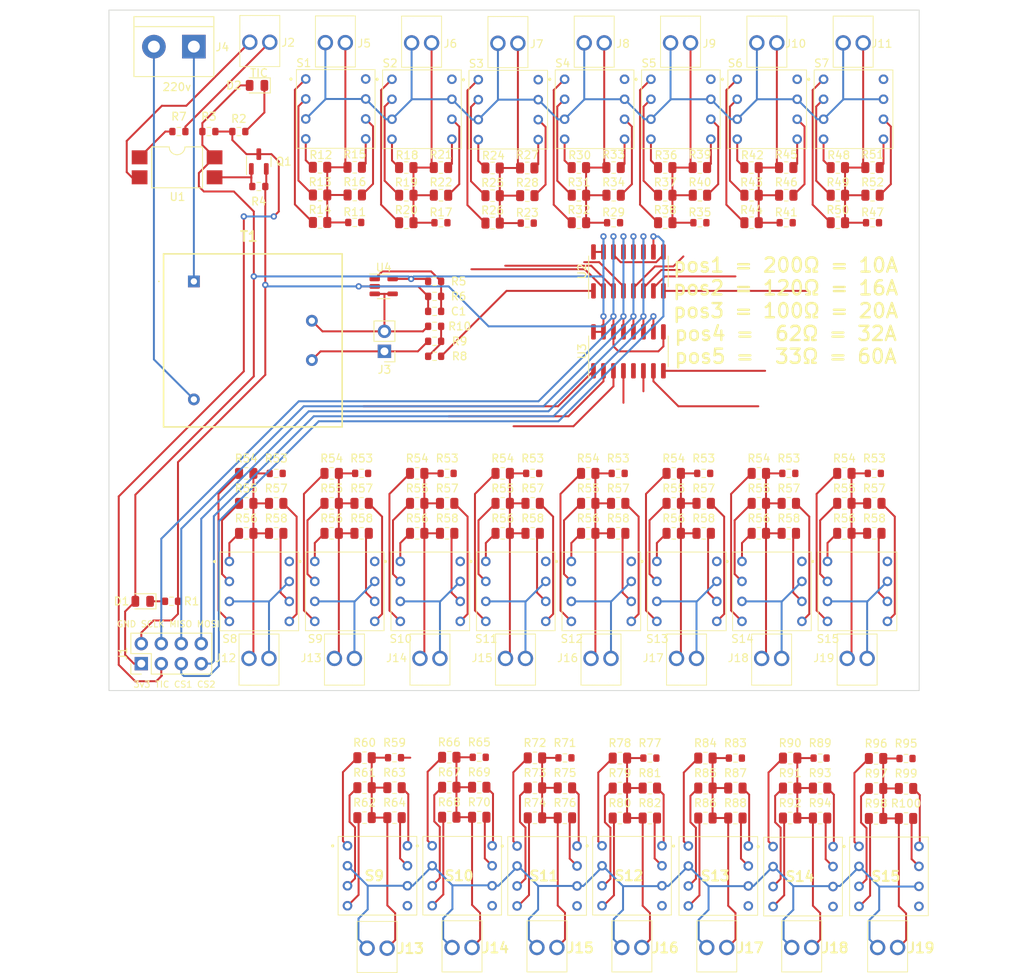
<source format=kicad_pcb>
(kicad_pcb (version 20211014) (generator pcbnew)
  (layers (0 "F.Cu" signal) (31 "B.Cu" signal) (34 "B.Paste" user) (35 "F.Paste" user) (36 "B.SilkS" user "B.Silkscreen") (37 "F.SilkS" user "F.Silkscreen") (38 "B.Mask" user) (39 "F.Mask" user) (44 "Edge.Cuts" user))
  (net 0 "")
  (net 1 "GND")
  (net 2 "Net-(D2-Pad1)")
  (net 3 "+3V3")
  (net 4 "/TIC")
  (net 5 "/SCLK")
  (net 6 "/CS1")
  (net 7 "/MISO")
  (net 8 "/CS2")
  (net 9 "Net-(J3-Pad1)")
  (net 10 "/MOSI")
  (net 11 "Net-(C1-Pad1)")
  (net 12 "Net-(D1-Pad1)")
  (net 13 "Net-(J2-Pad1)")
  (net 14 "Net-(J2-Pad2)")
  (net 15 "Net-(J4-Pad2)")
  (net 16 "Net-(R8-Pad1)")
  (net 17 "Net-(J4-Pad1)")
  (net 18 "/CT Sensor 1/ZERO")
  (net 19 "Net-(J5-Pad1)")
  (net 20 "Net-(J6-Pad1)")
  (net 21 "Net-(J7-Pad1)")
  (net 22 "Net-(J8-Pad1)")
  (net 23 "Net-(J9-Pad1)")
  (net 24 "Net-(J10-Pad1)")
  (net 25 "Net-(J11-Pad1)")
  (net 26 "Net-(J12-Pad1)")
  (net 27 "Net-(J13-Pad1)")
  (net 28 "Net-(J14-Pad1)")
  (net 29 "Net-(J15-Pad1)")
  (net 30 "Net-(J16-Pad1)")
  (net 31 "Net-(J17-Pad1)")
  (net 32 "Net-(J18-Pad1)")
  (net 33 "Net-(J19-Pad1)")
  (net 34 "Net-(R10-Pad2)")
  (net 35 "Net-(Q1-Pad1)")
  (net 36 "Net-(R16-Pad2)")
  (net 37 "Net-(R22-Pad2)")
  (net 38 "Net-(R28-Pad2)")
  (net 39 "Net-(R7-Pad2)")
  (net 40 "/CT1")
  (net 41 "Net-(R34-Pad2)")
  (net 42 "Net-(R12-Pad2)")
  (net 43 "Net-(R13-Pad2)")
  (net 44 "Net-(R14-Pad2)")
  (net 45 "Net-(R15-Pad2)")
  (net 46 "/CT2")
  (net 47 "Net-(R40-Pad2)")
  (net 48 "Net-(R18-Pad2)")
  (net 49 "Net-(R19-Pad2)")
  (net 50 "Net-(R20-Pad2)")
  (net 51 "Net-(R21-Pad2)")
  (net 52 "/CT3")
  (net 53 "Net-(R46-Pad2)")
  (net 54 "Net-(R24-Pad2)")
  (net 55 "Net-(R25-Pad2)")
  (net 56 "Net-(R26-Pad2)")
  (net 57 "Net-(R27-Pad2)")
  (net 58 "/CT4")
  (net 59 "Net-(R52-Pad2)")
  (net 60 "Net-(R30-Pad2)")
  (net 61 "Net-(R31-Pad2)")
  (net 62 "Net-(R32-Pad2)")
  (net 63 "Net-(R33-Pad2)")
  (net 64 "/CT5")
  (net 65 "Net-(R58-Pad2)")
  (net 66 "Net-(R36-Pad2)")
  (net 67 "Net-(R37-Pad2)")
  (net 68 "Net-(R38-Pad2)")
  (net 69 "Net-(R39-Pad2)")
  (net 70 "/CT6")
  (net 71 "Net-(R64-Pad2)")
  (net 72 "Net-(R42-Pad2)")
  (net 73 "Net-(R43-Pad2)")
  (net 74 "Net-(R44-Pad2)")
  (net 75 "Net-(R45-Pad2)")
  (net 76 "/CT7")
  (net 77 "Net-(R70-Pad2)")
  (net 78 "Net-(R48-Pad2)")
  (net 79 "Net-(R49-Pad2)")
  (net 80 "Net-(R50-Pad2)")
  (net 81 "Net-(R51-Pad2)")
  (net 82 "/CT8")
  (net 83 "Net-(R76-Pad2)")
  (net 84 "Net-(R54-Pad2)")
  (net 85 "Net-(R55-Pad2)")
  (net 86 "Net-(R56-Pad2)")
  (net 87 "Net-(R57-Pad2)")
  (net 88 "/CT14")
  (net 89 "Net-(R82-Pad2)")
  (net 90 "Net-(R60-Pad2)")
  (net 91 "Net-(R61-Pad2)")
  (net 92 "Net-(R62-Pad2)")
  (net 93 "Net-(R63-Pad2)")
  (net 94 "/CT10")
  (net 95 "Net-(R88-Pad2)")
  (net 96 "Net-(R66-Pad2)")
  (net 97 "Net-(R67-Pad2)")
  (net 98 "Net-(R68-Pad2)")
  (net 99 "Net-(R69-Pad2)")
  (net 100 "/CT11")
  (net 101 "Net-(R94-Pad2)")
  (net 102 "Net-(R72-Pad2)")
  (net 103 "Net-(R73-Pad2)")
  (net 104 "Net-(R74-Pad2)")
  (net 105 "Net-(R75-Pad2)")
  (net 106 "/CT13")
  (net 107 "Net-(R100-Pad2)")
  (net 108 "Net-(R78-Pad2)")
  (net 109 "Net-(R79-Pad2)")
  (net 110 "Net-(R80-Pad2)")
  (net 111 "Net-(R81-Pad2)")
  (net 112 "/CT12")
  (net 113 "Net-(R84-Pad2)")
  (net 114 "Net-(R85-Pad2)")
  (net 115 "Net-(R86-Pad2)")
  (net 116 "Net-(R87-Pad2)")
  (net 117 "Net-(R90-Pad2)")
  (net 118 "Net-(R91-Pad2)")
  (net 119 "Net-(R92-Pad2)")
  (net 120 "Net-(R93-Pad2)")
  (net 121 "/CT15")
  (net 122 "Net-(R96-Pad2)")
  (net 123 "Net-(R97-Pad2)")
  (net 124 "Net-(R98-Pad2)")
  (net 125 "Net-(R99-Pad2)")
  (net 138 "unconnected-(S13-Pad5)")
  (net 141 "/CT9")
  (footprint "mylife-footprints:RS PRO SS-10-15SPE" (layer "F.Cu") (at 195.720189 107.3519)
    (fp_text reference "S15")
    (fp_text value "SS-10-15SPE" hide)
  )
  (footprint "Resistor_SMD:R_0805_2012Metric" (layer "F.Cu") (at 151.019269 99.97048 180)
    (fp_text reference "R56")
    (fp_text value "100Ω/0.5W")
  )
  (footprint "Resistor_SMD:R_0805_2012Metric" (layer "F.Cu") (at 187.060389 53.473789)
    (fp_text reference "R45")
    (fp_text value "62Ω/0.5W")
  )
  (footprint "Resistor_SMD:R_0805_2012Metric" (layer "F.Cu") (at 193.623189 53.473789 180)
    (fp_text reference "R48")
    (fp_text value "200Ω/0.5W")
  )
  (footprint "Resistor_SMD:R_0805_2012Metric" (layer "F.Cu") (at 176.571669 99.97048)
    (fp_text reference "R58")
    (fp_text value "33Ω/0.5W")
  )
  (footprint "Resistor_SMD:R_0805_2012Metric" (layer "F.Cu") (at 155.12112 128.51642 180)
    (fp_text reference "R72")
    (fp_text value "200Ω/0.5W")
  )
  (footprint "mylife-footprints:RS PRO Terminal Small x2" (layer "F.Cu") (at 151.374869 115.87328)
    (fp_text reference "J15")
    (fp_text value "Screw_Terminal_01x02" hide)
  )
  (footprint "Resistor_SMD:R_0805_2012Metric" (layer "F.Cu") (at 183.582069 99.97048 180)
    (fp_text reference "R56")
    (fp_text value "100Ω/0.5W")
  )
  (footprint "Resistor_SMD:R_0805_2012Metric" (layer "F.Cu") (at 198.482 128.5938 180)
    (fp_text reference "R96")
    (fp_text value "200Ω/0.5W")
  )
  (footprint "Resistor_SMD:R_0805_2012Metric" (layer "F.Cu") (at 187.56 132.353 180)
    (fp_text reference "R91")
    (fp_text value "120Ω/0.5W")
  )
  (footprint "Resistor_SMD:R_0603_1608Metric" (layer "F.Cu") (at 165.700469 92.35048 180)
    (fp_text reference "R53")
    (fp_text value "1KΩ")
  )
  (footprint "Resistor_SMD:R_0805_2012Metric" (layer "F.Cu") (at 138.759189 53.473789 180)
    (fp_text reference "R18")
    (fp_text value "200Ω/0.5W")
  )
  (footprint "mylife-footprints:RS PRO SS-10-15SPE" (layer "F.Cu") (at 156.26412 143.52782)
    (fp_text reference "S11")
    (fp_text value "SS-10-15SPE" hide)
  )
  (footprint "Resistor_SMD:R_0805_2012Metric" (layer "F.Cu") (at 198.482 132.4038 180)
    (fp_text reference "R97")
    (fp_text value "120Ω/0.5W")
  )
  (footprint "Resistor_SMD:R_0805_2012Metric" (layer "F.Cu") (at 182.650389 53.473789 180)
    (fp_text reference "R42")
    (fp_text value "200Ω/0.5W")
  )
  (footprint "mylife-footprints:RS PRO Terminal Small x2" (layer "F.Cu") (at 201.22212 152.62102 180)
    (fp_text reference "J19")
    (fp_text value "Screw_Terminal_01x02" hide)
  )
  (footprint "mylife-footprints:RS PRO SS-10-15SPE" (layer "F.Cu") (at 163.157389 107.3519)
    (fp_text reference "S12")
    (fp_text value "SS-10-15SPE" hide)
  )
  (footprint "Resistor_SMD:R_0805_2012Metric" (layer "F.Cu") (at 118.4148 96.1644 180)
    (fp_text reference "R55")
    (fp_text value "120Ω/0.5W")
  )
  (footprint "Resistor_SMD:R_0805_2012Metric" (layer "F.Cu") (at 118.4148 92.3544 180)
    (fp_text reference "R54")
    (fp_text value "200Ω/0.5W")
  )
  (footprint "Resistor_SMD:R_0805_2012Metric" (layer "F.Cu") (at 140.148069 96.16048 180)
    (fp_text reference "R55")
    (fp_text value "120Ω/0.5W")
  )
  (footprint "Resistor_SMD:R_0805_2012Metric" (layer "F.Cu") (at 140.148069 99.97048 180)
    (fp_text reference "R56")
    (fp_text value "100Ω/0.5W")
  )
  (footprint "Resistor_SMD:R_0805_2012Metric" (layer "F.Cu") (at 165.700469 96.16048)
    (fp_text reference "R57")
    (fp_text value "62Ω/0.5W")
  )
  (footprint "Resistor_SMD:R_0603_1608Metric" (layer "F.Cu") (at 165.114789 60.484189 180)
    (fp_text reference "R29")
    (fp_text value "1KΩ")
  )
  (footprint "Resistor_SMD:R_0603_1608Metric" (layer "F.Cu") (at 132.2086 60.452 180)
    (fp_text reference "R11")
    (fp_text value "1KΩ")
  )
  (footprint "Resistor_SMD:R_0603_1608Metric" (layer "F.Cu") (at 142.367 75.56 180)
    (fp_text reference "R9")
    (fp_text value "100KΩ")
  )
  (footprint "mylife-footprints:RS PRO SS-10-15SPE" (layer "F.Cu") (at 152.286189 107.3519)
    (fp_text reference "S11")
    (fp_text value "SS-10-15SPE" hide)
  )
  (footprint "Resistor_SMD:R_0603_1608Metric" (layer "F.Cu") (at 142.367 69.85)
    (fp_text reference "R6")
    (fp_text value "12KΩ")
  )
  (footprint "Resistor_SMD:R_0805_2012Metric" (layer "F.Cu") (at 127.7986 53.4416 180)
    (fp_text reference "R12")
    (fp_text value "200Ω/0.5W")
  )
  (footprint "Resistor_SMD:R_0603_1608Metric" (layer "F.Cu") (at 133.086869 92.35048 180)
    (fp_text reference "R53")
    (fp_text value "1KΩ")
  )
  (footprint "Resistor_SMD:R_0603_1608Metric" (layer "F.Cu") (at 142.367 77.465 180)
    (fp_text reference "R8")
    (fp_text value "1KΩ")
  )
  (footprint "mylife-footprints:RS PRO Terminal Small x2" (layer "F.Cu") (at 131.0196 37.5896 180)
    (fp_text reference "J5")
    (fp_text value "Screw_Terminal_01x02" hide)
  )
  (footprint "Resistor_SMD:R_0805_2012Metric" (layer "F.Cu") (at 154.141989 53.524589)
    (fp_text reference "R27")
    (fp_text value "62Ω/0.5W")
  )
  (footprint "Resistor_SMD:R_0805_2012Metric" (layer "F.Cu") (at 129.276869 96.16048 180)
    (fp_text reference "R55")
    (fp_text value "120Ω/0.5W")
  )
  (footprint "mylife-footprints:RS PRO Terminal Small x2" (layer "F.Cu") (at 141.980189 37.621789 180)
    (fp_text reference "J6")
    (fp_text value "Screw_Terminal_01x02" hide)
  )
  (footprint "mylife-footprints:RS PRO SS-10-15SPE" (layer "F.Cu") (at 184.245789 46.056989)
    (fp_text reference "S6")
    (fp_text value "SS-10-15SPE" hide)
  )
  (footprint "Resistor_SMD:R_0603_1608Metric" (layer "F.Cu") (at 113.665 48.895 180)
    (fp_text reference "R3")
    (fp_text value "10KΩ")
  )
  (footprint "Resistor_SMD:R_0805_2012Metric" (layer "F.Cu") (at 165.9192 136.163 180)
    (fp_text reference "R80")
    (fp_text value "100Ω/0.5W")
  )
  (footprint "Diode_SMD:D_0805_2012Metric" (layer "F.Cu") (at 119.7864 43.0276 180)
    (fp_text reference "D2")
    (fp_text value "LED")
  )
  (footprint "Resistor_SMD:R_0805_2012Metric" (layer "F.Cu") (at 198.482 136.2138 180)
    (fp_text reference "R98")
    (fp_text value "100Ω/0.5W")
  )
  (footprint "Resistor_SMD:R_0603_1608Metric" (layer "F.Cu") (at 187.392069 92.35048 180)
    (fp_text reference "R53")
    (fp_text value "1KΩ")
  )
  (footprint "Resistor_SMD:R_0805_2012Metric" (layer "F.Cu") (at 144.2276 128.4414 180)
    (fp_text reference "R66")
    (fp_text value "200Ω/0.5W")
  )
  (footprint "Resistor_SMD:R_0805_2012Metric" (layer "F.Cu") (at 144.2276 132.2514 180)
    (fp_text reference "R67")
    (fp_text value "120Ω/0.5W")
  )
  (footprint "Resistor_SMD:R_0805_2012Metric" (layer "F.Cu") (at 127.805 56.96 180)
    (fp_text reference "R13")
    (fp_text value "120Ω/0.5W")
  )
  (footprint "Resistor_SMD:R_0603_1608Metric" (layer "F.Cu") (at 169.7292 128.543 180)
    (fp_text reference "R77")
    (fp_text value "1KΩ")
  )
  (footprint "Resistor_SMD:R_0805_2012Metric" (layer "F.Cu") (at 160.704789 53.473789 180)
    (fp_text reference "R30")
    (fp_text value "200Ω/0.5W")
  )
  (footprint "Resistor_SMD:R_0805_2012Metric" (layer "F.Cu") (at 172.761669 99.97048 180)
    (fp_text reference "R56")
    (fp_text value "100Ω/0.5W")
  )
  (footprint "Package_SO:SOIC-16_3.9x9.9mm_P1.27mm" (layer "F.Cu") (at 167.005 66.675 90)
    (fp_text reference "U2")
    (fp_text value "MCP3208")
  )
  (footprint "Diode_SMD:D_0805_2012Metric" (layer "F.Cu") (at 105.2576 108.6104 180)
    (fp_text reference "D1")
    (fp_text value "LED")
  )
  (footprint "Resistor_SMD:R_0603_1608Metric" (layer "F.Cu") (at 142.367 73.655)
    (fp_text reference "R10")
    (fp_text value "12KΩ")
  )
  (footprint "Resistor_SMD:R_0805_2012Metric" (layer "F.Cu") (at 198.033189 53.473789)
    (fp_text reference "R51")
    (fp_text value "62Ω/0.5W")
  )
  (footprint "Resistor_SMD:R_0805_2012Metric" (layer "F.Cu") (at 176.7904 136.163 180)
    (fp_text reference "R86")
    (fp_text value "100Ω/0.5W")
  )
  (footprint "mylife-footprints:RS PRO Terminal Small x2" (layer "F.Cu") (at 121.412 37.5412 180)
    (fp_text reference "J2")
    (fp_text value "Screw_Terminal_01x02" hide)
  )
  (footprint "Resistor_SMD:R_0805_2012Metric" (layer "F.Cu") (at 143.958069 96.16048)
    (fp_text reference "R57")
    (fp_text value "62Ω/0.5W")
  )
  (footprint "Resistor_SMD:R_0805_2012Metric" (layer "F.Cu") (at 187.56 128.543 180)
    (fp_text reference "R90")
    (fp_text value "200Ω/0.5W")
  )
  (footprint "Resistor_SMD:R_0805_2012Metric" (layer "F.Cu") (at 138.765589 56.992189 180)
    (fp_text reference "R19")
    (fp_text value "120Ω/0.5W")
  )
  (footprint "mylife-footprints:RS PRO Terminal Small x2" (layer "F.Cu") (at 136.32512 152.70602 180)
    (fp_text reference "J13")
    (fp_text value "Screw_Terminal_01x02" hide)
  )
  (footprint "Resistor_SMD:R_0805_2012Metric" (layer "F.Cu") (at 202.292 132.4038)
    (fp_text reference "R99")
    (fp_text value "62Ω/0.5W")
  )
  (footprint "mylife-footprints:RS PRO Terminal Small x2" (layer "F.Cu") (at 152.952989 37.672589 180)
    (fp_text reference "J7")
    (fp_text value "Screw_Terminal_01x02" hide)
  )
  (footprint "Resistor_SMD:R_0805_2012Metric" (layer "F.Cu") (at 194.453269 92.35048 180)
    (fp_text reference "R54")
    (fp_text value "200Ω/0.5W")
  )
  (footprint "mylife-footprints:RS PRO SS-10-15SPE" (layer "F.Cu") (at 119.68172 107.35582)
    (fp_text reference "S8")
    (fp_text value "SS-10-15SPE" hide)
  )
  (footprint "Package_DIP:SMDIP-4_W9.53mm" (layer "F.Cu") (at 109.6264 53.4416)
    (fp_text reference "U1")
    (fp_text value "LTV-814")
  )
  (footprint "Resistor_SMD:R_0603_1608Metric" (layer "F.Cu") (at 176.571669 92.35048 180)
    (fp_text reference "R53")
    (fp_text value "1KΩ")
  )
  (footprint "Resistor_SMD:R_0805_2012Metric" (layer "F.Cu") (at 161.890469 99.97048 180)
    (fp_text reference "R56")
    (fp_text value "100Ω/0.5W")
  )
  (footprint "mylife-footprints:RS PRO SS-10-15SPE" (layer "F.Cu") (at 134.69952 143.50242)
    (fp_text reference "S9")
    (fp_text value "SS-10-15SPE" hide)
  )
  (footprint "Resistor_SMD:R_0805_2012Metric" (layer "F.Cu") (at 176.7904 128.543 180)
    (fp_text reference "R84")
    (fp_text value "200Ω/0.5W")
  )
  (footprint "Package_TO_SOT_SMD:SOT-23" (layer "F.Cu") (at 120.015 52.705 90)
    (fp_text reference "Q1")
    (fp_text value "BSS138")
  )
  (footprint "mylife-footprints:RS PRO Terminal Small x2" (layer "F.Cu") (at 196.844189 37.621789 180)
    (fp_text reference "J11")
    (fp_text value "Screw_Terminal_01x02" hide)
  )
  (footprint "Resistor_SMD:R_0603_1608Metric" (layer "F.Cu") (at 143.958069 92.35048 180)
    (fp_text reference "R53")
    (fp_text value "1KΩ")
  )
  (footprint "Resistor_SMD:R_0805_2012Metric" (layer "F.Cu") (at 154.148389 57.042989)
    (fp_text reference "R28")
    (fp_text value "33Ω/0.5W")
  )
  (footprint "Resistor_SMD:R_0805_2012Metric" (layer "F.Cu") (at 187.56 136.163 180)
    (fp_text reference "R92")
    (fp_text value "100Ω/0.5W")
  )
  (footprint "Resistor_SMD:R_0805_2012Metric" (layer "F.Cu") (at 169.7292 132.353)
    (fp_text reference "R81")
    (fp_text value "62Ω/0.5W")
  )
  (footprint "Resistor_SMD:R_0603_1608Metric" (layer "F.Cu") (at 109.855 48.895 180)
    (fp_text reference "R7")
    (fp_text value "220Ω")
  )
  (footprint "Resistor_SMD:R_0805_2012Metric" (layer "F.Cu") (at 198.039589 56.992189)
    (fp_text reference "R52")
    (fp_text value "33Ω/0.5W")
  )
  (footprint "Resistor_SMD:R_0805_2012Metric" (layer "F.Cu") (at 122.2248 96.1644)
    (fp_text reference "R57")
    (fp_text value "62Ω/0.5W")
  )
  (footprint "Resistor_SMD:R_0805_2012Metric" (layer "F.Cu") (at 165.121189 56.992189)
    (fp_text reference "R34")
    (fp_text value "33Ω/0.5W")
  )
  (footprint "Resistor_SMD:R_0603_1608Metric" (layer "F.Cu") (at 198.263269 92.35048 180)
    (fp_text reference "R53")
    (fp_text value "1KΩ")
  )
  (footprint "mylife-footprints:RS PRO Terminal Small x2" (layer "F.Cu") (at 179.50512 152.62102 180)
    (fp_text reference "J17")
    (fp_text value "Screw_Terminal_01x02" hide)
  )
  (footprint "Resistor_SMD:R_0805_2012Metric" (layer "F.Cu") (at 133.458 128.4922 180)
    (fp_text reference "R60")
    (fp_text value "200Ω/0.5W")
  )
  (footprint "mylife-footprints:RS PRO SS-10-15SPE" (layer "F.Cu") (at 129.394 46.0248)
    (fp_text reference "S1")
    (fp_text value "SS-10-15SPE" hide)
  )
  (footprint "Resistor_SMD:R_0805_2012Metric" (layer "F.Cu") (at 160.711189 56.992189 180)
    (fp_text reference "R31")
    (fp_text value "120Ω/0.5W")
  )
  (footprint "Resistor_SMD:R_0805_2012Metric" (layer "F.Cu") (at 161.890469 96.16048 180)
    (fp_text reference "R55")
    (fp_text value "120Ω/0.5W")
  )
  (footprint "Resistor_SMD:R_0603_1608Metric" (layer "F.Cu") (at 117.475 48.895)
    (fp_text reference "R2")
    (fp_text value "1KΩ")
  )
  (footprint "Resistor_SMD:R_0805_2012Metric" (layer "F.Cu") (at 176.571669 96.16048)
    (fp_text reference "R57")
    (fp_text value "62Ω/0.5W")
  )
  (footprint "Package_SO:SOIC-16_3.9x9.9mm_P1.27mm" (layer "F.Cu") (at 167.005 76.835 90)
    (fp_text reference "U3")
    (fp_text value "MCP3208")
  )
  (footprint "mylife-footprints:RS PRO SS-10-15SPE" (layer "F.Cu") (at 188.80152 143.60402)
    (fp_text reference "S14")
    (fp_text value "SS-10-15SPE" hide)
  )
  (footprint "Resistor_SMD:R_0603_1608Metric" (layer "F.Cu") (at 187.060389 60.484189 180)
    (fp_text reference "R41")
    (fp_text value "1KΩ")
  )
  (footprint "mylife-footprints:RS PRO SS-10-15SPE" (layer "F.Cu") (at 173.272989 46.056989)
    (fp_text reference "S5")
    (fp_text value "SS-10-15SPE" hide)
  )
  (footprint "Resistor_SMD:R_0603_1608Metric" (layer "F.Cu") (at 143.169189 60.484189 180)
    (fp_text reference "R17")
    (fp_text value "1KΩ")
  )
  (footprint "Connector_PinHeader_2.54mm:PinHeader_2x04_P2.54mm_Vertical" (layer "F.Cu") (at 105.0798 116.5352 90)
    (fp_text reference "J1")
    (fp_text value "Conn_02x04_Odd_Even")
  )
  (footprint "mylife-footprints:RS PRO SS-10-15SPE" (layer "F.Cu") (at 151.327389 46.107789)
    (fp_text reference "S3")
    (fp_text value "SS-10-15SPE" hide)
  )
  (footprint "mylife-footprints:RS PRO SS-10-15SPE" (layer "F.Cu") (at 167.05912 143.50242)
    (fp_text reference "S12")
    (fp_text value "SS-10-15SPE" hide)
  )
  (footprint "Resistor_SMD:R_0603_1608Metric" (layer "F.Cu") (at 142.367 67.945 180)
    (fp_text reference "R5")
    (fp_text value "12KΩ")
  )
  (footprint "Resistor_SMD:R_0603_1608Metric" (layer "F.Cu") (at 120.015 55.88 180)
    (fp_text reference "R4")
    (fp_text value "3.3KΩ")
  )
  (footprint "mylife-footprints:RS PRO SS-10-15SPE" (layer "F.Cu") (at 162.300189 46.056989)
    (fp_text reference "S4")
    (fp_text value "SS-10-15SPE" hide)
  )
  (footprint "mylife-footprints:RS PRO SS-10-15SPE" (layer "F.Cu") (at 199.72352 143.57862)
    (fp_text reference "S15")
    (fp_text value "SS-10-15SPE" hide)
  )
  (footprint "Resistor_SMD:R_0805_2012Metric" (layer "F.Cu") (at 187.392069 96.16048)
    (fp_text reference "R57")
    (fp_text value "62Ω/0.5W")
  )
  (footprint "Resistor_SMD:R_0805_2012Metric" (layer "F.Cu") (at 176.7904 132.353 180)
    (fp_text reference "R85")
    (fp_text value "120Ω/0.5W")
  )
  (footprint "mylife-footprints:RS PRO Terminal Small x2" (layer "F.Cu") (at 163.925789 37.621789 180)
    (fp_text reference "J8")
    (fp_text value "Screw_Terminal_01x02" hide)
  )
  (footprint "mylife-footprints:RS PRO Terminal Small x2" (layer "F.Cu") (at 174.898589 37.621789 180)
    (fp_text reference "J9")
    (fp_text value "Screw_Terminal_01x02" hide)
  )
  (footprint "Resistor_SMD:R_0805_2012Metric" (layer "F.Cu") (at 127.805 60.452 180)
    (fp_text reference "R14")
    (fp_text value "100Ω/0.5W")
  )
  (footprint "Resistor_SMD:R_0805_2012Metric" (layer "F.Cu") (at 194.453269 96.16048 180)
    (fp_text reference "R55")
    (fp_text value "120Ω/0.5W")
  )
  (footprint "Resistor_SMD:R_0805_2012Metric" (layer "F.Cu") (at 169.7292 136.163)
    (fp_text reference "R82")
    (fp_text value "33Ω/0.5W")
  )
  (footprint "mylife-footprints:RS PRO SS-10-15SPE" (layer "F.Cu") (at 195.218589 46.056989)
    (fp_text reference "S7")
    (fp_text value "SS-10-15SPE" hide)
  )
  (footprint "Resistor_SMD:R_0805_2012Metric" (layer "F.Cu") (at 133.458 136.1122 180)
    (fp_text reference "R62")
    (fp_text value "100Ω/0.5W")
  )
  (footprint "Resistor_SMD:R_0805_2012Metric" (layer "F.Cu") (at 118.4148 99.9744 180)
    (fp_text reference "R56")
    (fp_text value "100Ω/0.5W")
  )
  (footprint "Resistor_SMD:R_0805_2012Metric" (layer "F.Cu") (at 151.019269 92.35048 180)
    (fp_text reference "R54")
    (fp_text value "200Ω/0.5W")
  )
  (footprint "mylife-footprints:RS PRO SS-10-15SPE" (layer "F.Cu") (at 140.354589 46.056989)
    (fp_text reference "S2")
    (fp_text value "SS-10-15SPE" hide)
  )
  (footprint "Resistor_SMD:R_0805_2012Metric" (layer "F.Cu") (at 143.175589 56.992189)
    (fp_text reference "R22")
    (fp_text value "33Ω/0.5W")
  )
  (footprint "mylife-footprints:RS PRO Terminal Small x2" (layer "F.Cu") (at 140.503669 115.87328)
    (fp_text reference "J14")
    (fp_text value "Screw_Terminal_01x02" hide)
  )
  (footprint "Resistor_SMD:R_0805_2012Metric" (layer "F.Cu") (at 155.12112 136.13642 180)
    (fp_text reference "R74")
    (fp_text value "100Ω/0.5W")
  )
  (footprint "Resistor_SMD:R_0805_2012Metric" (layer "F.Cu") (at 133.458 132.3022 180)
    (fp_text reference "R61")
    (fp_text value "120Ω/0.5W")
  )
  (footprint "Resistor_SMD:R_0805_2012Metric" (layer "F.Cu") (at 180.6004 136.163)
    (fp_text reference "R88")
    (fp_text value "33Ω/0.5W")
  )
  (footprint "Resistor_SMD:R_0805_2012Metric" (layer "F.Cu") (at 171.683989 56.992189 180)
    (fp_text reference "R37")
    (fp_text value "120Ω/0.5W")
  )
  (footprint "Resistor_SMD:R_0805_2012Metric" (layer "F.Cu") (at 183.582069 96.16048 180)
    (fp_text reference "R55")
    (fp_text value "120Ω/0.5W")
  )
  (footprint "Resistor_SMD:R_0805_2012Metric" (layer "F.Cu") (at 171.683989 60.484189 180)
    (fp_text reference "R38")
    (fp_text value "100Ω/0.5W")
  )
  (footprint "mylife-footprints:RS PRO Terminal Small x2" (layer "F.Cu") (at 162.246069 115.87328)
    (fp_text reference "J16")
    (fp_text value "Screw_Terminal_01x02" hide)
  )
  (footprint "mylife-footprints:RS PRO SS-10-15SPE" (layer "F.Cu") (at 174.028589 107.3519)
    (fp_text reference "S13")
    (fp_text value "SS-10-15SPE" hide)
  )
  (footprint "Resistor_SMD:R_0603_1608Metric" (layer "F.Cu") (at 180.6004 128.543 180)
    (fp_text reference "R83")
    (fp_text value "1KΩ")
  )
  (footprint "Resistor_SMD:R_0805_2012Metric" (layer "F.Cu") (at 129.276869 92.35048 180)
    (fp_text reference "R54")
    (fp_text value "200Ω/0.5W")
  )
  (footprint "Resistor_SMD:R_0805_2012Metric" (layer "F.Cu") (at 149.738389 60.534989 180)
    (fp_text reference "R26")
    (fp_text value "100Ω/0.5W")
  )
  (footprint "Resistor_SMD:R_0805_2012Metric" (layer "F.Cu") (at 158.93112 136.13642)
    (fp_text reference "R76")
    (fp_text value "33Ω/0.5W")
  )
  (footprint "mylife-footprints:RS PRO Terminal Small x2" (layer "F.Cu") (at 147.12012 152.62102 180)
    (fp_text reference "J14")
    (fp_text value "Screw_Terminal_01x02" hide)
  )
  (footprint "mylife-footprints:RS PRO SS-10-15SPE" (layer "F.Cu") (at 130.543789 107.3519)
    (fp_text reference "S9")
    (fp_text value "SS-10-15SPE" hide)
  )
  (footprint "Resistor_SMD:R_0805_2012Metric" (layer "F.Cu") (at 191.37 136.163)
    (fp_text reference "R94")
    (fp_text value "33Ω/0.5W")
  )
  (footprint "Resistor_SMD:R_0805_2012Metric" (layer "F.Cu") (at 187.066789 56.992189)
    (fp_text reference "R46")
    (fp_text value "33Ω/0.5W")
  )
  (footprint "Resistor_SMD:R_0805_2012Metric" (layer "F.Cu") (at 176.093989 56.992189)
    (fp_text reference "R40")
    (fp_text value "33Ω/0.5W")
  )
  (footprint "Resistor_SMD:R_0805_2012Metric" (layer "F.Cu") (at 144.2276 136.0614 180)
    (fp_text reference "R68")
    (fp_text value "100Ω/0.5W")
  )
  (footprint "Resistor_SMD:R_0805_2012Metric" (layer "F.Cu") (at 172.761669 96.16048 180)
    (fp_text reference "R55")
    (fp_text value "120Ω/0.5W")
  )
  (footprint "Resistor_SMD:R_0805_2012Metric" (layer "F.Cu") (at 132.2086 53.4416)
    (fp_text reference "R15")
    (fp_text value "62Ω/0.5W")
  )
  (footprint "Resistor_SMD:R_0603_1608Metric" (layer "F.Cu") (at 191.37 128.543 180)
    (fp_text reference "R89")
    (fp_text value "1KΩ")
  )
  (footprint "Resistor_SMD:R_0805_2012Metric" (layer "F.Cu") (at 133.086869 96.16048)
    (fp_text reference "R57")
    (fp_text value "62Ω/0.5W")
  )
  (footprint "Connector_PinHeader_2.54mm:PinHeader_1x02_P2.54mm_Vertical" (layer "F.Cu") (at 135.9875 76.835 180)
    (fp_text reference "J3")
    (fp_text value "Conn_01x02_Male")
  )
  (footprint "Resistor_SMD:R_0805_2012Metric" (layer "F.Cu") (at 138.765589 60.484189 180)
    (fp_text reference "R20")
    (fp_text value "100Ω/0.5W")
  )
  (footprint "Resistor_SMD:R_0603_1608Metric" (layer "F.Cu") (at 142.367 71.755 180)
    (fp_text reference "C1")
    (fp_text value "1uF/6V")
  )
  (footprint "Resistor_SMD:R_0805_2012Metric" (layer "F.Cu") (at 193.629589 56.992189 180)
    (fp_text reference "R49")
    (fp_text value "120Ω/0.5W")
  )
  (footprint "Resistor_SMD:R_0603_1608Metric" (layer "F.Cu") (at 198.033189 60.484189 180)
    (fp_text reference "R47")
    (fp_text value "1KΩ")
  )
  (footprint "TerminalBlock:TerminalBlock_bornier-2_P5.08mm" (layer "F.Cu") (at 111.76 38.1 180)
    (fp_text reference "J4")
    (fp_text value "Screw_Terminal_01x02")
  )
  (footprint "mylife-footprints:RS PRO SS-10-15SPE" (layer "F.Cu") (at 141.414989 107.3519)
    (fp_text reference "S10")
    (fp_text value "SS-10-15SPE" hide)
  )
  (footprint "Resistor_SMD:R_0805_2012Metric" (layer "F.Cu") (at 122.2248 99.9744)
    (fp_text reference "R58")
    (fp_text value "33Ω/0.5W")
  )
  (footprint "Resistor_SMD:R_0805_2012Metric" (layer "F.Cu") (at 154.829269 99.97048)
    (fp_text reference "R58")
    (fp_text value "33Ω/0.5W")
  )
  (footprint "Resistor_SMD:R_0805_2012Metric" (layer "F.Cu") (at 140.148069 92.35048 180)
    (fp_text reference "R54")
    (fp_text value "200Ω/0.5W")
  )
  (footprint "Resistor_SMD:R_0805_2012Metric" (layer "F.Cu") (at 161.890469 92.35048 180)
    (fp_text reference "R54")
    (fp_text value "200Ω/0.5W")
  )
  (footprint "Resistor_SMD:R_0805_2012Metric" (layer "F.Cu") (at 143.958069 99.97048)
    (fp_text reference "R58")
    (fp_text value "33Ω/0.5W")
  )
  (footprint "Resistor_SMD:R_0805_2012Metric" (layer "F.Cu") (at 202.292 136.2138)
    (fp_text reference "R100")
    (fp_text value "33Ω/0.5W")
  )
  (footprint "Resistor_SMD:R_0603_1608Metric" (layer "F.Cu") (at 158.93112 128.51642 180)
    (fp_text reference "R71")
    (fp_text value "1KΩ")
  )
  (footprint "Resistor_SMD:R_0805_2012Metric" (layer "F.Cu") (at 198.263269 99.97048)
    (fp_text reference "R58")
    (fp_text value "33Ω/0.5W")
  )
  (footprint "Resistor_SMD:R_0805_2012Metric" (layer "F.Cu") (at 149.738389 57.042989 180)
    (fp_text reference "R25")
    (fp_text value "120Ω/0.5W")
  )
  (footprint "Resistor_SMD:R_0805_2012Metric" (layer "F.Cu") (at 137.268 136.1122)
    (fp_text reference "R64")
    (fp_text value "33Ω/0.5W")
  )
  (footprint "Resistor_SMD:R_0805_2012Metric" (layer "F.Cu") (at 165.9192 132.353 180)
    (fp_text reference "R79")
    (fp_text value "120Ω/0.5W")
  )
  (footprint "Resistor_SMD:R_0805_2012Metric" (layer "F.Cu") (at 191.37 132.353)
    (fp_text reference "R93")
    (fp_text value "62Ω/0.5W")
  )
  (footprint "Resistor_SMD:R_0805_2012Metric" (layer "F.Cu") (at 151.019269 96.16048 180)
    (fp_text reference "R55")
    (fp_text value "120Ω/0.5W")
  )
  (footprint "Resistor_SMD:R_0805_2012Metric" (layer "F.Cu") (at 187.392069 99.97048)
    (fp_text reference "R58")
    (fp_text value "33Ω/0.5W")
  )
  (footprint "mylife-footprints:RS PRO Terminal Small x2" (layer "F.Cu") (at 185.871389 37.621789 180)
    (fp_text reference "J10")
    (fp_text value "Screw_Terminal_01x02" hide)
  )
  (footprint "mylife-footprints:RS PRO Terminal Small x2" (layer "F.Cu") (at 157.91512 152.62102 180)
    (fp_text reference "J15")
    (fp_text value "Screw_Terminal_01x02" hide)
  )
  (footprint "Resistor_SMD:R_0805_2012Metric" (layer "F.Cu") (at 129.276869 99.97048 180)
    (fp_text reference "R56")
    (fp_text value "100Ω/0.5W")
  )
  (footprint "Resistor_SMD:R_0805_2012Metric" (layer "F.Cu") (at 180.6004 132.353)
    (fp_text reference "R87")
    (fp_text value "62Ω/0.5W")
  )
  (footprint "Resistor_SMD:R_0805_2012Metric" (layer "F.Cu") (at 160.711189 60.484189 180)
    (fp_text reference "R32")
    (fp_text value "100Ω/0.5W")
  )
  (footprint "Resistor_SMD:R_0805_2012Metric" (layer "F.Cu") (at 194.453269 99.97048 180)
    (fp_text reference "R56")
    (fp_text value "100Ω/0.5W")
  )
  (footprint "mylife-footprints:RS PRO Terminal Small x2" (layer "F.Cu") (at 173.117269 115.87328)
    (fp_text reference "J17")
    (fp_text value "Screw_Terminal_01x02" hide)
  )
  (footprint "Resistor_SMD:R_0603_1608Metric" (layer "F.Cu") (at 108.9152 108.6104 180)
    (fp_text reference "R1")
    (fp_text value "1KΩ")
  )
  (footprint "Resistor_SMD:R_0805_2012Metric" (layer "F.Cu") (at 158.93112 132.32642)
    (fp_text reference "R75")
    (fp_text value "62Ω/0.5W")
  )
  (footprint "Resistor_SMD:R_0805_2012Metric" (layer "F.Cu") (at 165.114789 53.473789)
    (fp_text reference "R33")
    (fp_text value "62Ω/0.5W")
  )
  (footprint "Resistor_SMD:R_0805_2012Metric" (layer "F.Cu") (at 176.087589 53.473789)
    (fp_text reference "R39")
    (fp_text value "62Ω/0.5W")
  )
  (footprint "Resistor_SMD:R_0805_2012Metric" (layer "F.Cu") (at 183.582069 92.35048 180)
    (fp_text reference "R54")
    (fp_text value "200Ω/0.5W")
  )
  (footprint "Resistor_SMD:R_0805_2012Metric" (layer "F.Cu") (at 193.629589 60.484189 180)
    (fp_text reference "R50")
    (fp_text value "100Ω/0.5W")
  )
  (footprint "Resistor_SMD:R_0603_1608Metric" (layer "F.Cu") (at 202.292 128.5938 180)
    (fp_text reference "R95")
    (fp_text value "1KΩ")
  )
  (footprint "Resistor_SMD:R_0805_2012Metric" (layer "F.Cu") (at 172.761669 92.35048 180)
    (fp_text reference "R54")
    (fp_text value "200Ω/0.5W")
  )
  (footprint "Resistor_SMD:R_0805_2012Metric" (layer "F.Cu") (at 198.263269 96.16048)
    (fp_text reference "R57")
    (fp_text value "62Ω/0.5W")
  )
  (footprint "Resistor_SMD:R_0805_2012Metric" (layer "F.Cu") (at 133.086869 99.97048)
    (fp_text reference "R58")
    (fp_text value "33Ω/0.5W")
  )
  (footprint "Resistor_SMD:R_0805_2012Metric" (layer "F.Cu") (at 182.656789 60.484189 180)
    (fp_text reference "R44")
    (fp_text value "100Ω/0.5W")
  )
  (footprint "mylife-footprints:RS PRO Terminal Small x2" (layer "F.Cu") (at 194.808869 115.87328)
    (fp_text reference "J19")
    (fp_text value "Screw_Terminal_01x02" hide)
  )
  (footprint "mylife-footprints:RS PRO Terminal Small x2" (layer "F.Cu") (at 118.7704 115.8772)
    (fp_text reference "J12")
    (fp_text value "Screw_Terminal_01x02" hide)
  )
  (footprint "mylife-footprints:RS PRO Terminal Small x2" (layer "F.Cu") (at 168.71012 152.62102 180)
    (fp_text reference "J16")
    (fp_text value "Screw_Terminal_01x02" hide)
  )
  (footprint "Resistor_SMD:R_0805_2012Metric" (layer "F.Cu") (at 165.700469 99.97048)
    (fp_text reference "R58")
    (fp_text value "33Ω/0.5W")
  )
  (footprint "Resistor_SMD:R_0603_1608Metric" (layer "F.Cu") (at 122.2248 92.3544 180)
    (fp_text reference "R53")
    (fp_text value "1KΩ")
  )
  (footprint "Resistor_SMD:R_0805_2012Metric" (layer "F.Cu") (at 143.169189 53.473789)
    (fp_text reference "R21")
    (fp_text value "62Ω/0.5W")
  )
  (footprint "mylife-footprints:RS PRO SS-10-15SPE" (layer "F.Cu") (at 178.03192 143.52782)
    (fp_text reference "S13")
    (fp_text value "SS-10-15SPE" hide)
  )
  (footprint "Resistor_SMD:R_0805_2012Metric" (layer "F.Cu") (at 148.0376 136.0614)
    (fp_text reference "R70")
    (fp_text value "33Ω/0.5W")
  )
  (footprint "Resistor_SMD:R_0805_2012Metric" (layer "F.Cu") (at 182.656789 56.992189 180)
    (fp_text reference "R43")
    (fp_text value "120Ω/0.5W")
  )
  (footprint "Resistor_SMD:R_0805_2012Metric" (layer "F.Cu") (at 137.268 132.3022)
    (fp_text reference "R63")
    (fp_text value "62Ω/0.5W")
  )
  (footprint "mylife-footprints:RS PRO Terminal Small x2" (layer "F.Cu") (at 190.30012 152.62102 180)
    (fp_text reference "J18")
    (fp_text value "Screw_Terminal_01x02" hide)
  )
  (footprint "Resistor_SMD:R_0805_2012Metric" (layer "F.Cu") (at 171.677589 53.473789 180)
    (fp_text reference "R36")
    (fp_text value "200Ω/0.5W")
  )
  (footprint "Resistor_SMD:R_0805_2012Metric" (layer "F.Cu") (at 132.215 56.96)
    (fp_text reference "R16")
    (fp_text value "33Ω/0.5W")
  )
  (footprint "Resistor_SMD:R_0805_2012Metric" (layer "F.Cu") (at 148.0376 132.2514)
    (fp_text reference "R69")
    (fp_text value "62Ω/0.5W")
  )
  (footprint "Resistor_SMD:R_0603_1608Metric" (layer "F.Cu") (at 154.829269 92.35048 180)
    (fp_text reference "R53")
    (fp_text value "1KΩ")
  )
  (footprint "Resistor_SMD:R_0805_2012Metric" (layer "F.Cu") (at 154.829269 96.16048)
    (fp_text reference "R57")
    (fp_text value "62Ω/0.5W")
  )
  (footprint "Resistor_SMD:R_0603_1608Metric" (layer "F.Cu") (at 137.268 128.4922 180)
    (fp_text reference "R59")
    (fp_text value "1KΩ")
  )
  (footprint "Resistor_SMD:R_0805_2012Metric" (layer "F.Cu") (at 155.12112 132.32642 180)
    (fp_text reference "R73")
    (fp_text value "120Ω/0.5W")
  )
  (footprint "Package_TO_SOT_SMD:SOT-23-5" (layer "F.Cu") (at 135.89 68.58)
    (fp_text reference "U4")
    (fp_text value "LMV321")
  )
  (footprint "Resistor_SMD:R_0805_2012Metric" (layer "F.Cu") (at 165.9192 128.543 180)
    (fp_text reference "R78")
    (fp_text value "200Ω/0.5W")
  )
  (footprint "mylife-footprints:RS PRO Terminal Small x2" (layer "F.Cu") (at 183.937669 115.87328)
    (fp_text reference "J18")
    (fp_text value "Screw_Terminal_01x02" hide)
  )
  (footprint "Resistor_SMD:R_0603_1608Metric" (layer "F.Cu") (at 154.141989 60.534989 180)
    (fp_text reference "R23")
    (fp_text value "1KΩ")
  )
  (footprint "Resistor_SMD:R_0603_1608Metric" (layer "F.Cu") (at 148.0376 128.4414 180)
    (fp_text reference "R65")
    (fp_text value "1KΩ")
  )
  (footprint "mylife-footprints:RS PRO Transfo 6V 0.35VA" (layer "F.Cu") (at 111.76 67.945)
    (fp_text reference "T1")
    (fp_text value "230V - 6V" hide)
  )
  (footprint "Resistor_SMD:R_0805_2012Metric" (layer "F.Cu") (at 149.731989 53.524589 180)
    (fp_text reference "R24")
    (fp_text value "200Ω/0.5W")
  )
  (footprint "Resistor_SMD:R_0603_1608Metric" (layer "F.Cu") (at 176.087589 60.484189 180)
    (fp_text reference "R35")
    (fp_text value "1KΩ")
  )
  (footprint "mylife-footprints:RS PRO Terminal Small x2" (layer "F.Cu") (at 129.632469 115.87328)
    (fp_text reference "J13")
    (fp_text value "Screw_Terminal_01x02" hide)
  )
  (footprint "mylife-footprints:RS PRO SS-10-15SPE" (layer "F.Cu") (at 184.848989 107.3519)
    (fp_text reference "S14")
    (fp_text value "SS-10-15SPE" hide)
  )
  (footprint "mylife-footprints:RS PRO SS-10-15SPE" (layer "F.Cu") (at 145.46912 143.50242)
    (fp_text reference "S10")
    (fp_text value "SS-10-15SPE" hide)
  )
  (gr_line locked (start 100.965 119.958) (end 100.965 33.458) (layer "Edge.Cuts") (width 0.1))
  (gr_line locked (start 203.965 33.458) (end 100.965 33.458) (layer "Edge.Cuts") (width 0.1))
  (gr_line locked (start 203.965 119.958) (end 203.965 33.458) (layer "Edge.Cuts") (width 0.1))
  (gr_line locked (start 203.965 119.958) (end 100.965 119.958) (layer "Edge.Cuts") (width 0.1))
  (gr_text "220v" (at 109.601 43.2308) (layer "F.SilkS") (effects (font (size 1 1))))
  (gr_text "GND SCLK MISO MOSI" (at 108.5088 111.506) (layer "F.SilkS") (effects (font (size 0.8 0.8) (thickness 0.12))))
  (gr_text "3v3 TIC CS1 CS2" (at 109.2962 119.1768) (layer "F.SilkS") (effects (font (size 0.8 0.8) (thickness 0.12))))
  (gr_text "pos1 = 200Ω = 10A\npos2 = 120Ω = 16A\npos3 = 100Ω = 20A\npos4 =  62Ω = 32A\npos5 =  33Ω = 60A\n" (at 186.9948 71.6788) (layer "F.SilkS") (effects (font (size 1.8 1.8) (thickness 0.3))))
  (gr_text "TIC" (at 120.0404 41.4528) (layer "F.SilkS") (effects (font (size 1 1))))
  (segment (start 171.45 64.2) (end 171.45 64.576072) (width 0.25) (layer "F.Cu") (net 1))
  (segment (start 105.0798 112.5982) (end 106.6292 111.0488) (width 0.25) (layer "F.Cu") (net 1))
  (segment (start 170.815 76.835) (end 171.45 76.2) (width 0.25) (layer "F.Cu") (net 1))
  (segment (start 166.023448 65.49952) (end 165.1 64.576072) (width 0.25) (layer "F.Cu") (net 1))
  (segment (start 120.84 79.82) (end 120.84 68.39) (width 0.25) (layer "F.Cu") (net 1))
  (segment (start 108.9152 111.0488) (end 109.7402 110.2238) (width 0.25) (layer "F.Cu") (net 1))
  (segment (start 171.45 64.576072) (end 170.526552 65.49952) (width 0.25) (layer "F.Cu") (net 1))
  (segment (start 109.7402 110.2238) (end 109.7402 108.6104) (width 0.25) (layer "F.Cu") (net 1))
  (segment (start 165.1 64.2) (end 165.1 62.23) (width 0.25) (layer "F.Cu") (net 1))
  (segment (start 140.272 68.58) (end 134.7525 68.58) (width 0.25) (layer "F.Cu") (net 1))
  (segment (start 132.715 68.58) (end 134.7525 68.58) (width 0.25) (layer "F.Cu") (net 1))
  (segment (start 165.1 74.36) (end 165.1 76.2) (width 0.25) (layer "F.Cu") (net 1))
  (segment (start 165.735 76.835) (end 170.815 76.835) (width 0.25) (layer "F.Cu") (net 1))
  (segment (start 106.6292 111.0488) (end 108.9152 111.0488) (width 0.25) (layer "F.Cu") (net 1))
  (segment (start 120.965 55.755) (end 120.84 55.88) (width 0.25) (layer "F.Cu") (net 1))
  (segment (start 141.542 71.755) (end 141.542 69.85) (width 0.25) (layer "F.Cu") (net 1))
  (segment (start 109.7402 108.6104) (end 109.7402 90.9198) (width 0.25) (layer "F.Cu") (net 1))
  (segment (start 170.526552 65.49952) (end 166.023448 65.49952) (width 0.25) (layer "F.Cu") (net 1))
  (segment (start 171.45 76.2) (end 171.45 74.36) (width 0.25) (layer "F.Cu") (net 1))
  (segment (start 109.7402 90.9198) (end 120.84 79.82) (width 0.25) (layer "F.Cu") (net 1))
  (segment (start 165.1 72.39) (end 165.1 74.36) (width 0.25) (layer "F.Cu") (net 1))
  (segment (start 105.0798 113.9952) (end 105.0798 112.5982) (width 0.25) (layer "F.Cu") (net 1))
  (segment (start 165.1 76.2) (end 165.735 76.835) (width 0.25) (layer "F.Cu") (net 1))
  (segment (start 120.965 53.6425) (end 120.965 55.755) (width 0.25) (layer "F.Cu") (net 1))
  (segment (start 120.84 68.39) (end 120.84 55.88) (width 0.25) (layer "F.Cu") (net 1))
  (segment (start 140.272 68.58) (end 141.542 69.85) (width 0.25) (layer "F.Cu") (net 1))
  (segment (start 165.1 64.576072) (end 165.1 64.2) (width 0.25) (layer "F.Cu") (net 1))
  (via (at 120.84 68.39) (size 0.8) (drill 0.4) (layers "F.Cu" "B.Cu") (net 1))
  (via (at 165.1 72.39) (size 0.8) (drill 0.4) (layers "F.Cu" "B.Cu") (net 1))
  (via (at 132.715 68.58) (size 0.8) (drill 0.4) (layers "F.Cu" "B.Cu") (net 1))
  (via (at 165.1 62.23) (size 0.8) (drill 0.4) (layers "F.Cu" "B.Cu") (net 1))
  (segment (start 121.03 68.58) (end 120.84 68.39) (width 0.25) (layer "B.Cu") (net 1))
  (segment (start 144.145 68.58) (end 132.715 68.58) (width 0.25) (layer "B.Cu") (net 1))
  (segment (start 163.83 73.66) (end 149.225 73.66) (width 0.25) (layer "B.Cu") (net 1))
  (segment (start 165.1 72.39) (end 163.83 73.66) (width 0.25) (layer "B.Cu") (net 1))
  (segment (start 132.715 68.58) (end 121.03 68.58) (width 0.25) (layer "B.Cu") (net 1))
  (segment (start 165.1 62.23) (end 165.1 72.39) (width 0.25) (layer "B.Cu") (net 1))
  (segment (start 149.225 73.66) (end 144.145 68.58) (width 0.25) (layer "B.Cu") (net 1))
  (segment (start 120.7239 46.4711) (end 118.3 48.895) (width 0.25) (layer "F.Cu") (net 2))
  (segment (start 120.7239 43.0276) (end 120.7239 46.4711) (width 0.25) (layer "F.Cu") (net 2))
  (segment (start 163.83 72.39) (end 163.83 74.36) (width 0.25) (layer "F.Cu") (net 3))
  (segment (start 117.6274 43.0276) (end 112.84 47.815) (width 0.25) (layer "F.Cu") (net 3))
  (segment (start 104.3201 95.0699) (end 119.38 80.01) (width 0.25) (layer "F.Cu") (net 3))
  (segment (start 163.83 74.36) (end 162.56 74.36) (width 0.25) (layer "F.Cu") (net 3))
  (segment (start 112.84 48.895) (end 112.84 50.61) (width 0.25) (layer "F.Cu") (net 3))
  (segment (start 112.395 54.168) (end 112.395 55.88) (width 0.25) (layer "F.Cu") (net 3))
  (segment (start 163.83 64.2) (end 162.56 64.2) (width 0.25) (layer "F.Cu") (net 3))
  (segment (start 103.0224 109.9081) (end 104.3201 108.6104) (width 0.25) (layer "F.Cu") (net 3))
  (segment (start 116.84 56.515) (end 119.38 59.055) (width 0.25) (layer "F.Cu") (net 3))
  (segment (start 163.83 64.2) (end 163.83 62.23) (width 0.25) (layer "F.Cu") (net 3))
  (segment (start 118.8489 43.0276) (end 117.6274 43.0276) (width 0.25) (layer "F.Cu") (net 3))
  (segment (start 141.227 67.63) (end 141.542 67.945) (width 0.25) (layer "F.Cu") (net 3))
  (segment (start 103.0224 115.4176) (end 103.0224 109.9081) (width 0.25) (layer "F.Cu") (net 3))
  (segment (start 113.03 56.515) (end 116.84 56.515) (width 0.25) (layer "F.Cu") (net 3))
  (segment (start 112.84 47.815) (end 112.84 48.895) (width 0.25) (layer "F.Cu") (net 3))
  (segment (start 137.0275 67.63) (end 139.38 67.63) (width 0.25) (layer "F.Cu") (net 3))
  (segment (start 119.38 59.055) (end 119.38 67.31) (width 0.25) (layer "F.Cu") (net 3))
  (segment (start 105.0798 116.5352) (end 104.14 116.5352) (width 0.25) (layer "F.Cu") (net 3))
  (segment (start 112.84 50.61) (end 114.3914 52.1614) (width 0.25) (layer "F.Cu") (net 3))
  (segment (start 104.3201 108.6104) (end 104.3201 95.0699) (width 0.25) (layer "F.Cu") (net 3))
  (segment (start 104.14 116.5352) (end 103.0224 115.4176) (width 0.25) (layer "F.Cu") (net 3))
  (segment (start 119.38 80.01) (end 119.38 67.31) (width 0.25) (layer "F.Cu") (net 3))
  (segment (start 114.3914 52.1614) (end 114.3914 52.1716) (width 0.25) (layer "F.Cu") (net 3))
  (segment (start 114.3914 52.1716) (end 112.395 54.168) (width 0.25) (layer "F.Cu") (net 3))
  (segment (start 139.38 67.63) (end 141.227 67.63) (width 0.25) (layer "F.Cu") (net 3))
  (segment (start 112.395 55.88) (end 113.03 56.515) (width 0.25) (layer "F.Cu") (net 3))
  (via (at 119.38 67.31) (size 0.8) (drill 0.4) (layers "F.Cu" "B.Cu") (net 3))
  (via (at 139.38 67.63) (size 0.8) (drill 0.4) (layers "F.Cu" "B.Cu") (net 3))
  (via (at 163.83 72.39) (size 0.8) (drill 0.4) (layers "F.Cu" "B.Cu") (net 3))
  (via (at 163.83 62.23) (size 0.8) (drill 0.4) (layers "F.Cu" "B.Cu") (net 3))
  (segment (start 163.83 62.23) (end 163.83 67.31) (width 0.25) (layer "B.Cu") (net 3))
  (segment (start 163.83 67.31) (end 139.7 67.31) (width 0.25) (layer "B.Cu") (net 3))
  (segment (start 163.83 67.31) (end 163.83 72.39) (width 0.25) (layer "B.Cu") (net 3))
  (segment (start 119.38 67.31) (end 139.06 67.31) (width 0.25) (layer "B.Cu") (net 3))
  (segment (start 139.38 67.63) (end 139.06 67.31) (width 0.25) (layer "B.Cu") (net 3))
  (segment (start 139.7 67.31) (end 139.38 67.63) (width 0.25) (layer "B.Cu") (net 3))
  (segment (start 104.2924 118.7704) (end 102.2096 116.6876) (width 0.25) (layer "F.Cu") (net 4))
  (segment (start 120.015 51.7675) (end 118.4425 51.7675) (width 0.25) (layer "F.Cu") (net 4))
  (segment (start 104.2924 118.7704) (end 106.9848 118.7704) (width 0.25) (layer "F.Cu") (net 4))
  (segment (start 118.4425 51.7675) (end 116.65 49.975) (width 0.25) (layer "F.Cu") (net 4))
  (segment (start 107.6198 117.983) (end 107.696 118.0592) (width 0.25) (layer "F.Cu") (net 4))
  (segment (start 107.6198 116.5352) (end 107.6198 117.983) (width 0.25) (layer "F.Cu") (net 4))
  (segment (start 121.92 59.69) (end 122.555 59.055) (width 0.25) (layer "F.Cu") (net 4))
  (segment (start 116.65 49.975) (end 116.65 48.895) (width 0.25) (layer "F.Cu") (net 4))
  (segment (start 118.11 79.375) (end 118.11 59.69) (width 0.25) (layer "F.Cu") (net 4))
  (segment (start 122.555 52.705) (end 121.6175 51.7675) (width 0.25) (layer "F.Cu") (net 4))
  (segment (start 121.6175 51.7675) (end 120.015 51.7675) (width 0.25) (layer "F.Cu") (net 4))
  (segment (start 102.2096 95.2754) (end 118.11 79.375) (width 0.25) (layer "F.Cu") (net 4))
  (segment (start 102.2096 116.6876) (end 102.2096 95.2754) (width 0.25) (layer "F.Cu") (net 4))
  (segment (start 107.696 118.0592) (end 106.9848 118.7704) (width 0.25) (layer "F.Cu") (net 4))
  (segment (start 116.65 48.895) (end 114.49 48.895) (width 0.25) (layer "F.Cu") (net 4))
  (segment (start 122.555 59.055) (end 122.555 52.705) (width 0.25) (layer "F.Cu") (net 4))
  (via (at 118.11 59.69) (size 0.8) (drill 0.4) (layers "F.Cu" "B.Cu") (net 4))
  (via (at 121.92 59.69) (size 0.8) (drill 0.4) (layers "F.Cu" "B.Cu") (net 4))
  (segment (start 118.11 59.69) (end 121.92 59.69) (width 0.25) (layer "B.Cu") (net 4))
  (segment (start 166.37 64.2) (end 166.37 62.23) (width 0.25) (layer "F.Cu") (net 5))
  (segment (start 166.37 72.39) (end 166.37 74.36) (width 0.25) (layer "F.Cu") (net 5))
  (via (at 166.37 62.23) (size 0.8) (drill 0.4) (layers "F.Cu" "B.Cu") (net 5))
  (via (at 166.37 72.39) (size 0.8) (drill 0.4) (layers "F.Cu" "B.Cu") (net 5))
  (segment (start 166.37 62.23) (end 166.37 72.39) (width 0.25) (layer "B.Cu") (net 5))
  (segment (start 166.37 72.39) (end 155.575 83.185) (width 0.25) (layer "B.Cu") (net 5))
  (segment (start 155.575 83.185) (end 125.095 83.185) (width 0.25) (layer "B.Cu") (net 5))
  (segment (start 125.095 83.185) (end 107.6198 100.6602) (width 0.25) (layer "B.Cu") (net 5))
  (segment (start 107.6198 100.6602) (end 107.6198 113.9952) (width 0.25) (layer "B.Cu") (net 5))
  (segment (start 170.18 62.23) (end 170.18 64.2) (width 0.25) (layer "F.Cu") (net 6))
  (via (at 170.18 62.23) (size 0.8) (drill 0.4) (layers "F.Cu" "B.Cu") (net 6))
  (segment (start 170.815 62.23) (end 170.18 62.23) (width 0.25) (layer "B.Cu") (net 6))
  (segment (start 113.665 118.11) (end 114.935 116.84) (width 0.25) (layer "B.Cu") (net 6))
  (segment (start 114.935 98.425) (end 127.635 85.725) (width 0.25) (layer "B.Cu") (net 6))
  (segment (start 158.115 85.725) (end 171.45 72.39) (width 0.25) (layer "B.Cu") (net 6))
  (segment (start 171.45 72.39) (end 171.45 62.865) (width 0.25) (layer "B.Cu") (net 6))
  (segment (start 114.935 116.84) (end 114.935 98.425) (width 0.25) (layer "B.Cu") (net 6))
  (segment (start 110.1598 117.7798) (end 110.49 118.11) (width 0.25) (layer "B.Cu") (net 6))
  (segment (start 171.45 62.865) (end 170.815 62.23) (width 0.25) (layer "B.Cu") (net 6))
  (segment (start 110.1598 116.5352) (end 110.1598 117.7798) (width 0.25) (layer "B.Cu") (net 6))
  (segment (start 110.49 118.11) (end 113.665 118.11) (width 0.25) (layer "B.Cu") (net 6))
  (segment (start 127.635 85.725) (end 158.115 85.725) (width 0.25) (layer "B.Cu") (net 6))
  (segment (start 167.64 64.2) (end 167.64 62.23) (width 0.25) (layer "F.Cu") (net 7))
  (segment (start 167.64 74.36) (end 167.64 72.39) (width 0.25) (layer "F.Cu") (net 7))
  (via (at 167.64 62.23) (size 0.8) (drill 0.4) (layers "F.Cu" "B.Cu") (net 7))
  (via (at 167.64 72.39) (size 0.8) (drill 0.4) (layers "F.Cu" "B.Cu") (net 7))
  (segment (start 167.64 62.23) (end 167.64 72.39) (width 0.25) (layer "B.Cu") (net 7))
  (segment (start 125.73 83.82) (end 110.1598 99.3902) (width 0.25) (layer "B.Cu") (net 7))
  (segment (start 167.64 72.39) (end 156.21 83.82) (width 0.25) (layer "B.Cu") (net 7))
  (segment (start 156.21 83.82) (end 125.73 83.82) (width 0.25) (layer "B.Cu") (net 7))
  (segment (start 110.1598 99.3902) (end 110.1598 113.9952) (width 0.25) (layer "B.Cu") (net 7))
  (segment (start 170.18 72.39) (end 170.18 74.36) (width 0.25) (layer "F.Cu") (net 8))
  (via (at 170.18 72.39) (size 0.8) (drill 0.4) (layers "F.Cu" "B.Cu") (net 8))
  (segment (start 127 85.09) (end 157.48 85.09) (width 0.25) (layer "B.Cu") (net 8))
  (segment (start 112.6998 116.5352) (end 113.9698 116.5352) (width 0.25) (layer "B.Cu") (net 8))
  (segment (start 114.3 97.79) (end 127 85.09) (width 0.25) (layer "B.Cu") (net 8))
  (segment (start 113.9698 116.5352) (end 114.3 116.205) (width 0.25) (layer "B.Cu") (net 8))
  (segment (start 157.48 85.09) (end 170.18 72.39) (width 0.25) (layer "B.Cu") (net 8))
  (segment (start 114.3 116.205) (end 114.3 97.79) (width 0.25) (layer "B.Cu") (net 8))
  (segment (start 127.87 76.835) (end 126.76 77.945) (width 0.25) (layer "F.Cu") (net 9))
  (segment (start 140.2375 76.835) (end 135.9875 76.835) (width 0.25) (layer "F.Cu") (net 9))
  (segment (start 141.5125 75.56) (end 140.2375 76.835) (width 0.25) (layer "F.Cu") (net 9))
  (segment (start 135.9875 76.835) (end 127.87 76.835) (width 0.25) (layer "F.Cu") (net 9))
  (segment (start 168.91 64.2) (end 168.91 62.23) (width 0.25) (layer "F.Cu") (net 10))
  (segment (start 168.91 72.39) (end 168.91 74.36) (width 0.25) (layer "F.Cu") (net 10))
  (via (at 168.91 62.23) (size 0.8) (drill 0.4) (layers "F.Cu" "B.Cu") (net 10))
  (via (at 168.91 72.39) (size 0.8) (drill 0.4) (layers "F.Cu" "B.Cu") (net 10))
  (segment (start 126.365 84.455) (end 112.6998 98.1202) (width 0.25) (layer "B.Cu") (net 10))
  (segment (start 168.91 72.39) (end 156.845 84.455) (width 0.25) (layer "B.Cu") (net 10))
  (segment (start 168.91 62.23) (end 168.91 72.39) (width 0.25) (layer "B.Cu") (net 10))
  (segment (start 156.845 84.455) (end 126.365 84.455) (width 0.25) (layer "B.Cu") (net 10))
  (segment (start 112.6998 98.1202) (end 112.6998 113.9952) (width 0.25) (layer "B.Cu") (net 10))
  (segment (start 143.192 71.755) (end 143.192 69.85) (width 0.25) (layer "F.Cu") (net 11))
  (segment (start 134.7525 67.63) (end 135.7075 66.675) (width 0.25) (layer "F.Cu") (net 11))
  (segment (start 141.922 66.675) (end 143.192 67.945) (width 0.25) (layer "F.Cu") (net 11))
  (segment (start 143.192 69.85) (end 143.192 67.945) (width 0.25) (layer "F.Cu") (net 11))
  (segment (start 135.7075 66.675) (end 141.922 66.675) (width 0.25) (layer "F.Cu") (net 11))
  (segment (start 106.1951 108.6104) (end 108.0902 108.6104) (width 0.25) (layer "F.Cu") (net 12))
  (segment (start 110.68 48.895) (end 110.68 48.2732) (width 0.25) (layer "F.Cu") (net 13))
  (segment (start 110.68 48.2732) (end 121.412 37.5412) (width 0.25) (layer "F.Cu") (net 13))
  (segment (start 107.696 45.6184) (end 103.2256 50.0888) (width 0.25) (layer "F.Cu") (net 14))
  (segment (start 103.2256 54.0512) (end 103.886 54.7116) (width 0.25) (layer "F.Cu") (net 14))
  (segment (start 110.7948 45.6184) (end 107.696 45.6184) (width 0.25) (layer "F.Cu") (net 14))
  (segment (start 103.2256 50.0888) (end 103.2256 54.0512) (width 0.25) (layer "F.Cu") (net 14))
  (segment (start 103.886 54.7116) (end 104.8614 54.7116) (width 0.25) (layer "F.Cu") (net 14))
  (segment (start 118.872 37.5412) (end 110.7948 45.6184) (width 0.25) (layer "F.Cu") (net 14))
  (segment (start 106.68 38.1) (end 106.68 77.865) (width 0.25) (layer "B.Cu") (net 15))
  (segment (start 106.68 77.865) (end 111.76 82.945) (width 0.25) (layer "B.Cu") (net 15))
  (segment (start 151.507 69.15) (end 143.192 77.465) (width 0.25) (layer "F.Cu") (net 16))
  (segment (start 162.56 69.15) (end 151.507 69.15) (width 0.25) (layer "F.Cu") (net 16))
  (segment (start 111.76 38.1) (end 111.76 67.945) (width 0.25) (layer "B.Cu") (net 17))
  (segment (start 135.9875 69.5615) (end 135.956 69.53) (width 0.25) (layer "F.Cu") (net 18))
  (segment (start 134.7525 69.53) (end 135.956 69.53) (width 0.25) (layer "F.Cu") (net 18))
  (segment (start 135.9875 74.295) (end 135.9875 69.5615) (width 0.25) (layer "F.Cu") (net 18))
  (segment (start 159.84362 136.13642) (end 159.541109 136.438931) (width 0.25) (layer "F.Cu") (net 18))
  (segment (start 141.5125 73.655) (end 140.8725 74.295) (width 0.25) (layer "F.Cu") (net 18))
  (segment (start 131.553 136.644693) (end 131.553 133.2947) (width 0.25) (layer "F.Cu") (net 18))
  (segment (start 142.0876 144.7228) (end 143.020611 143.789789) (width 0.25) (layer "F.Cu") (net 18))
  (segment (start 174.6504 144.8244) (end 175.583411 143.891389) (width 0.25) (layer "F.Cu") (net 18))
  (segment (start 174.8854 133.3455) (end 175.8779 132.353) (width 0.25) (layer "F.Cu") (net 18))
  (segment (start 159.541109 141.324809) (end 160.47412 142.25782) (width 0.25) (layer "F.Cu") (net 18))
  (segment (start 131.553 133.2947) (end 132.5455 132.3022) (width 0.25) (layer "F.Cu") (net 18))
  (segment (start 132.251011 143.840589) (end 132.251011 137.342704) (width 0.25) (layer "F.Cu") (net 18))
  (segment (start 142.3226 136.593893) (end 142.3226 133.2439) (width 0.25) (layer "F.Cu") (net 18))
  (segment (start 159.541109 136.438931) (end 159.541109 141.324809) (width 0.25) (layer "F.Cu") (net 18))
  (segment (start 175.583411 137.393504) (end 174.8854 136.695493) (width 0.25) (layer "F.Cu") (net 18))
  (segment (start 135.9875 74.295) (end 128.11 74.295) (width 0.25) (layer "F.Cu") (net 18))
  (segment (start 174.8854 136.695493) (end 174.8854 133.3455) (width 0.25) (layer "F.Cu") (net 18))
  (segment (start 140.8725 74.295) (end 135.9875 74.295) (width 0.25) (layer "F.Cu") (net 18))
  (segment (start 181.308909 141.324809) (end 181.308909 136.366991) (width 0.25) (layer "F.Cu") (net 18))
  (segment (start 143.020611 137.291904) (end 142.3226 136.593893) (width 0.25) (layer "F.Cu") (net 18))
  (segment (start 131.318 144.7736) (end 132.251011 143.840589) (width 0.25) (layer "F.Cu") (net 18))
  (segment (start 143.020611 143.789789) (end 143.020611 137.291904) (width 0.25) (layer "F.Cu") (net 18))
  (segment (start 181.308909 136.366991) (end 181.5129 136.163) (width 0.25) (layer "F.Cu") (net 18))
  (segment (start 175.583411 143.891389) (end 175.583411 137.393504) (width 0.25) (layer "F.Cu") (net 18))
  (segment (start 142.3226 133.2439) (end 143.3151 132.2514) (width 0.25) (layer "F.Cu") (net 18))
  (segment (start 182.24192 142.25782) (end 181.308909 141.324809) (width 0.25) (layer "F.Cu") (net 18))
  (segment (start 132.251011 137.342704) (end 131.553 136.644693) (width 0.25) (layer "F.Cu") (net 18))
  (segment (start 128.11 74.295) (end 126.76 72.945) (width 0.25) (layer "F.Cu") (net 18))
  (segment (start 135.956 69.53) (end 137.0275 69.53) (width 0.25) (layer "F.Cu") (net 18))
  (segment (start 158.871578 47.3456) (end 158.890189 47.326989) (width 0.25) (layer "B.Cu") (net 18))
  (segment (start 172.358589 44.831389) (end 169.862989 47.326989) (width 0.25) (layer "B.Cu") (net 18))
  (segment (start 185.44232 142.25782) (end 182.90232 144.79782) (width 0.25) (layer "B.Cu") (net 18))
  (segment (start 182.2704 144.8244) (end 177.1904 144.8244) (width 0.25) (layer "B.Cu") (net 18))
  (segment (start 133.858 147.7772) (end 133.858 144.7736) (width 0.25) (layer "B.Cu") (net 18))
  (segment (start 161.26152 144.79782) (end 160.60112 144.79782) (width 0.25) (layer "B.Cu") (net 18))
  (segment (start 143.457079 148.896921) (end 144.6276 147.7264) (width 0.25) (layer "B.Cu") (net 18))
  (segment (start 161.385789 37.621789) (end 161.385789 44.831389) (width 0.25) (layer "B.Cu") (net 18))
  (segment (start 154.350599 148.971941) (end 155.52112 147.80142) (width 0.25) (layer "B.Cu") (net 18))
  (segment (start 143.084989 108.6219) (end 145.624989 106.0819) (width 0.25) (layer "B.Cu") (net 18))
  (segment (start 150.457389 44.837789) (end 150.412989 44.882189) (width 0.25) (layer "B.Cu") (net 18))
  (segment (start 154.350599 151.596499) (end 154.350599 148.971941) (width 0.25) (layer "B.Cu") (net 18))
  (segment (start 177.482989 44.786989) (end 180.022989 47.326989) (width 0.25) (layer "B.Cu") (net 18))
  (segment (start 160.60112 144.79782) (end 155.52112 144.79782) (width 0.25) (layer "B.Cu") (net 18))
  (segment (start 116.27172 108.62582) (end 121.35172 108.62582) (width 0.25) (layer "B.Cu") (net 18))
  (segment (start 172.358589 37.621789) (end 172.358589 44.831389) (width 0.25) (layer "B.Cu") (net 18))
  (segment (start 133.858 144.7736) (end 131.318 142.2336) (width 0.25) (layer "B.Cu") (net 18))
  (segment (start 181.438989 108.6219) (end 186.518989 108.6219) (width 0.25) (layer "B.Cu") (net 18))
  (segment (start 155.37512 152.62102) (end 154.350599 151.596499) (width 0.25) (layer "B.Cu") (net 18))
  (segment (start 169.050189 47.326989) (end 169.862989 47.326989) (width 0.25) (layer "B.Cu") (net 18))
  (segment (start 139.56992 144.77242) (end 138.90952 144.77242) (width 0.25) (layer "B.Cu") (net 18))
  (segment (start 121.35172 108.62582) (end 123.89172 106.08582) (width 0.25) (layer "B.Cu") (net 18))
  (segment (start 132.687479 151.572279) (end 132.687479 148.947721) (width 0.25) (layer "B.Cu") (net 18))
  (segment (start 177.1904 147.828) (end 175.940599 149.077801) (width 0.25) (layer "B.Cu") (net 18))
  (segment (start 149.7076 144.7228) (end 144.6276 144.7228) (width 0.25) (layer "B.Cu") (net 18))
  (segment (start 166.3192 147.828) (end 165.145599 149.001601) (width 0.25) (layer "B.Cu") (net 18))
  (segment (start 139.440189 44.831389) (end 136.944589 47.326989) (width 0.25) (layer "B.Cu") (net 18))
  (segment (start 166.3192 144.8244) (end 163.7792 142.2844) (width 0.25) (layer "B.Cu") (net 18))
  (segment (start 144.6276 144.7228) (end 142.0876 142.1828) (width 0.25) (layer "B.Cu") (net 18))
  (segment (start 175.940599 149.077801) (end 175.940599 151.596499) (width 0.25) (layer "B.Cu") (net 18))
  (segment (start 133.604 44.7548) (end 136.176189 47.326989) (width 0.25) (layer "B.Cu") (net 18))
  (segment (start 170.618589 108.6219) (end 175.698589 108.6219) (width 0.25) (layer "B.Cu") (net 18))
  (segment (start 186.518989 108.6219) (end 189.058989 106.0819) (width 0.25) (layer "B.Cu") (net 18))
  (segment (start 196.38972 142.30862) (end 193.90052 144.79782) (width 0.25) (layer "B.Cu") (net 18))
  (segment (start 153.914869 115.87328) (end 153.914869 108.66322) (width 0.25) (layer "B.Cu") (net 18))
  (segment (start 133.712 152.5968) (end 132.687479 151.572279) (width 0.25) (layer "B.Cu") (net 18))
  (segment (start 139.484589 44.786989) (end 139.440189 44.831389) (width 0.25) (layer "B.Cu") (net 18))
  (segment (start 197.348869 115.87328) (end 197.348869 108.66322) (width 0.25) (layer "B.Cu") (net 18))
  (segment (start 165.145599 149.001601) (end 165.145599 151.596499) (width 0.25) (layer "B.Cu") (net 18))
  (segment (start 183.331389 37.621789) (end 183.331389 44.831389) (width 0.25) (layer "B.Cu") (net 18))
  (segment (start 142.10992 142.23242) (end 139.56992 144.77242) (width 0.25) (layer "B.Cu") (net 18))
  (segment (start 150.412989 37.672589) (end 150.412989 44.882189) (width 0.25) (layer "B.Cu") (net 18))
  (segment (start 186.735599 151.596499) (end 187.76012 152.62102) (width 0.25) (layer "B.Cu") (net 18))
  (segment (start 121.3104 115.8772) (end 121.3104 108.66714) (width 0.25) (layer "B.Cu") (net 18))
  (segment (start 187.96 147.828) (end 187.96 144.8244) (width 0.25) (layer "B.Cu") (net 18))
  (segment (start 183.331389 44.831389) (end 180.835789 47.326989) (width 0.25) (layer "B.Cu") (net 18))
  (segment (start 187.96 147.828) (end 186.735599 149.052401) (width 0.25) (layer "B.Cu") (net 18))
  (segment (start 128.4796 37.5896) (end 128.4796 44.7992) (width 0.25) (layer "B.Cu") (net 18))
  (segment (start 150.412989 44.882189) (end 147.917389 47.377789) (width 0.25) (layer "B.Cu") (net 18))
  (segment (start 132.172469 115.87328) (end 132.172469 108.66322) (width 0.25) (layer "B.Cu") (net 18))
  (segment (start 175.657269 115.87328) (end 175.657269 108.66322) (width 0.25) (layer "B.Cu") (net 18))
  (segment (start 194.348589 44.786989) (end 194.304189 44.831389) (width 0.25) (layer "B.Cu") (net 18))
  (segment (start 144.564589 44.786989) (end 147.155389 47.377789) (width 0.25) (layer "B.Cu") (net 18))
  (segment (start 171.3992 144.8244) (end 166.3192 144.8244) (width 0.25) (layer "B.Cu") (net 18))
  (segment (start 133.604 44.7548) (end 128.524 44.7548) (width 0.25) (layer "B.Cu") (net 18))
  (segment (start 148.876189 108.6219) (end 153.956189 108.6219) (width 0.25) (layer "B.Cu") (net 18))
  (segment (start 188.455789 44.786989) (end 190.995789 47.326989) (width 0.25) (layer "B.Cu") (net 18))
  (segment (start 139.440189 37.621789) (end 139.440189 44.831389) (width 0.25) (layer "B.Cu") (net 18))
  (segment (start 197.657599 149.103201) (end 197.657599 151.596499) (width 0.25) (layer "B.Cu") (net 18))
  (segment (start 155.537389 44.837789) (end 158.0452 47.3456) (width 0.25) (layer "B.Cu") (net 18))
  (segment (start 166.3192 147.828) (end 166.3192 144.8244) (width 0.25) (layer "B.Cu") (net 18))
  (segment (start 166.510189 44.786989) (end 169.050189 47.326989) (width 0.25) (layer "B.Cu") (net 18))
  (segment (start 155.52112 147.80142) (end 155.52112 144.79782) (width 0.25) (layer "B.Cu") (net 18))
  (segment (start 193.04 144.8244) (end 187.96 144.8244) (width 0.25) (layer "B.Cu") (net 18))
  (segment (start 132.687479 148.947721) (end 133.858 147.7772) (width 0.25) (layer "B.Cu") (net 18))
  (segment (start 177.482989 44.786989) (end 172.402989 44.786989) (width 0.25) (layer "B.Cu") (net 18))
  (segment (start 183.375789 44.786989) (end 183.331389 44.831389) (width 0.25) (layer "B.Cu") (net 18))
  (segment (start 180.022989 47.326989) (end 180.835789 47.326989) (width 0.25) (layer "B.Cu") (net 18))
  (segment (start 198.882 147.8788) (end 198.882 144.8752) (width 0.25) (layer "B.Cu") (net 18))
  (segment (start 175.940599 151.596499) (end 176.96512 152.62102) (width 0.25) (layer "B.Cu") (net 18))
  (segment (start 172.402989 44.786989) (end 172.358589 44.831389) (width 0.25) (layer "B.Cu") (net 18))
  (segment (start 203.962 144.8752) (end 198.882 144.8752) (width 0.25) (layer "B.Cu") (net 18))
  (segment (start 143.043669 115.87328) (end 143.043669 108.66322) (width 0.25) (layer "B.Cu") (net 18))
  (segment (start 155.52112 144.79782) (end 152.98112 142.25782) (width 0.25) (layer "B.Cu") (net 18))
  (segment (start 155.537389 44.837789) (end 150.457389 44.837789) (width 0.25) (layer "B.Cu") (net 18))
  (segment (start 182.90232 144.79782) (end 182.24192 144.79782) (width 0.25) (layer "B.Cu") (net 18))
  (segment (start 128.524 44.7548) (end 128.4796 44.7992) (width 0.25) (layer "B.Cu") (net 18))
  (segment (start 127.133789 108.6219) (end 132.213789 108.6219) (width 0.25) (layer "B.Cu") (net 18))
  (segment (start 161.385789 44.831389) (end 158.890189 47.326989) (width 0.25) (layer "B.Cu") (net 18))
  (segment (start 153.956189 108.6219) (end 156.496189 106.0819) (width 0.25) (layer "B.Cu") (net 18))
  (segment (start 193.90052 144.79782) (end 193.06232 144.79782) (width 0.25) (layer "B.Cu") (net 18))
  (segment (start 198.882 147.8788) (end 197.657599 149.103201) (width 0.25) (layer "B.Cu") (net 18))
  (segment (start 158.0452 47.3456) (end 158.871578 47.3456) (width 0.25) (layer "B.Cu") (net 18))
  (segment (start 187.96 144.8244) (end 185.42 142.2844) (width 0.25) (layer "B.Cu") (net 18))
  (segment (start 121.3104 108.66714) (end 121.35172 108.62582) (width 0.25) (layer "B.Cu") (net 18))
  (segment (start 186.735599 149.052401) (end 186.735599 151.596499) (width 0.25) (layer "B.Cu") (net 18))
  (segment (start 166.510189 44.786989) (end 161.430189 44.786989) (width 0.25) (layer "B.Cu") (net 18))
  (segment (start 172.08192 144.79782) (end 171.42152 144.79782) (width 0.25) (layer "B.Cu") (net 18))
  (segment (start 190.995789 47.326989) (end 191.808589 47.326989) (width 0.25) (layer "B.Cu") (net 18))
  (segment (start 144.6276 147.7264) (end 144.6276 144.7228) (width 0.25) (layer "B.Cu") (net 18))
  (segment (start 132.213789 108.6219) (end 134.753789 106.0819) (width 0.25) (layer "B.Cu") (net 18))
  (segment (start 144.564589 44.786989) (end 139.484589 44.786989) (width 0.25) (layer "B.Cu") (net 18))
  (segment (start 164.827389 108.6219) (end 167.367389 106.0819) (width 0.25) (layer "B.Cu") (net 18))
  (segment (start 161.430189 44.786989) (end 161.385789 44.831389) (width 0.25) (layer "B.Cu") (net 18))
  (segment (start 147.155389 47.377789) (end 147.917389 47.377789) (width 0.25) (layer "B.Cu") (net 18))
  (segment (start 128.4796 44.7992) (end 125.984 47.2948) (width 0.25) (layer "B.Cu") (net 18))
  (segment (start 177.1904 144.8244) (end 174.6504 142.2844) (width 0.25) (layer "B.Cu") (net 18))
  (segment (start 150.46652 144.77242) (end 149.72992 144.77242) (width 0.25) (layer "B.Cu") (net 18))
  (segment (start 138.004989 108.6219) (end 143.084989 108.6219) (width 0.25) (layer "B.Cu") (net 18))
  (segment (start 174.62192 142.25782) (end 172.08192 144.79782) (width 0.25) (layer "B.Cu") (net 18))
  (segment (start 164.786069 115.87328) (end 164.786069 108.66322) (width 0.25) (layer "B.Cu") (net 18))
  (segment (start 188.455789 44.786989) (end 183.375789 44.786989) (width 0.25) (layer "B.Cu") (net 18))
  (segment (start 165.145599 151.596499) (end 166.17012 152.62102) (width 0.25) (layer "B.Cu") (net 18))
  (segment (start 144.4816 152.546) (end 143.457079 151.521479) (width 0.25) (layer "B.Cu") (net 18))
  (segment (start 175.698589 108.6219) (end 178.238589 106.0819) (width 0.25) (layer "B.Cu") (net 18))
  (segment (start 199.428589 44.786989) (end 194.348589 44.786989) (width 0.25) (layer "B.Cu") (net 18))
  (segment (start 163.80152 142.25782) (end 161.26152 144.79782) (width 0.25) (layer "B.Cu") (net 18))
  (segment (start 143.457079 151.521479) (end 143.457079 148.896921) (width 0.25) (layer "B.Cu") (net 18))
  (segment (start 186.477669 115.87328) (end 186.477669 108.66322) (width 0.25) (layer "B.Cu") (net 18))
  (segment (start 152.98112 142.25782) (end 150.46652 144.77242) (width 0.25) (layer "B.Cu") (net 18))
  (segment (start 197.657599 151.596499) (end 198.68212 152.62102) (width 0.25) (layer "B.Cu") (net 18))
  (segment (start 177.1904 147.828) (end 177.1904 144.8244) (width 0.25) (layer "B.Cu") (net 18))
  (segment (start 192.310189 108.6219) (end 197.390189 108.6219) (width 0.25) (layer "B.Cu") (net 18))
  (segment (start 159.747389 108.6219) (end 164.827389 108.6219) (width 0.25) (layer "B.Cu") (net 18))
  (segment (start 194.304189 37.621789) (end 194.304189 44.831389) (width 0.25) (layer "B.Cu") (net 18))
  (segment (start 197.390189 108.6219) (end 199.930189 106.0819) (width 0.25) (layer "B.Cu") (net 18))
  (segment (start 138.938 144.7736) (end 133.858 144.7736) (width 0.25) (layer "B.Cu") (net 18))
  (segment (start 194.304189 44.831389) (end 191.808589 47.326989) (width 0.25) (layer "B.Cu") (net 18))
  (segment (start 198.882 144.8752) (end 196.342 142.3352) (width 0.25) (layer "B.Cu") (net 18))
  (segment (start 136.176189 47.326989) (end 136.944589 47.326989) (width 0.25) (layer "B.Cu") (net 18))
  (segment (start 131.2961 53.4416) (end 128.7111 53.4416) (width 0.25) (layer "F.Cu") (net 19))
  (segment (start 131.0196 37.5896) (end 131.0196 53.1651) (width 0.25) (layer "F.Cu") (net 19))
  (segment (start 131.0196 53.1651) (end 131.2961 53.4416) (width 0.25) (layer "F.Cu") (net 19))
  (segment (start 131.3836 60.452) (end 128.7175 60.452) (width 0.25) (layer "F.Cu") (net 19))
  (segment (start 131.3025 56.96) (end 128.7175 56.96) (width 0.25) (layer "F.Cu") (net 19))
  (segment (start 128.7175 53.448) (end 128.7111 53.4416) (width 0.25) (layer "F.Cu") (net 19))
  (segment (start 128.7175 60.452) (end 128.7175 56.96) (width 0.25) (layer "F.Cu") (net 19))
  (segment (start 128.7175 56.96) (end 128.7175 53.448) (width 0.25) (layer "F.Cu") (net 19))
  (segment (start 142.344189 60.484189) (end 139.678089 60.484189) (width 0.25) (layer "F.Cu") (net 20))
  (segment (start 139.678089 53.480189) (end 139.671689 53.473789) (width 0.25) (layer "F.Cu") (net 20))
  (segment (start 139.678089 56.992189) (end 139.678089 53.480189) (width 0.25) (layer "F.Cu") (net 20))
  (segment (start 141.980189 53.197289) (end 142.256689 53.473789) (width 0.25) (layer "F.Cu") (net 20))
  (segment (start 141.980189 37.621789) (end 141.980189 53.197289) (width 0.25) (layer "F.Cu") (net 20))
  (segment (start 142.256689 53.473789) (end 139.671689 53.473789) (width 0.25) (layer "F.Cu") (net 20))
  (segment (start 142.263089 56.992189) (end 139.678089 56.992189) (width 0.25) (layer "F.Cu") (net 20))
  (segment (start 139.678089 60.484189) (end 139.678089 56.992189) (width 0.25) (layer "F.Cu") (net 20))
  (segment (start 150.650889 57.042989) (end 150.650889 53.530989) (width 0.25) (layer "F.Cu") (net 21))
  (segment (start 152.952989 37.672589) (end 152.952989 53.248089) (width 0.25) (layer "F.Cu") (net 21))
  (segment (start 150.650889 60.534989) (end 150.650889 57.042989) (width 0.25) (layer "F.Cu") (net 21))
  (segment (start 153.229489 53.524589) (end 150.644489 53.524589) (width 0.25) (layer "F.Cu") (net 21))
  (segment (start 153.235889 57.042989) (end 150.650889 57.042989) (width 0.25) (layer "F.Cu") (net 21))
  (segment (start 152.952989 53.248089) (end 153.229489 53.524589) (width 0.25) (layer "F.Cu") (net 21))
  (segment (start 150.650889 53.530989) (end 150.644489 53.524589) (width 0.25) (layer "F.Cu") (net 21))
  (segment (start 153.316989 60.534989) (end 150.650889 60.534989) (width 0.25) (layer "F.Cu") (net 21))
  (segment (start 161.623689 60.484189) (end 161.623689 56.992189) (width 0.25) (layer "F.Cu") (net 22))
  (segment (start 161.623689 53.480189) (end 161.617289 53.473789) (width 0.25) (layer "F.Cu") (net 22))
  (segment (start 164.289789 60.484189) (end 161.623689 60.484189) (width 0.25) (layer "F.Cu") (net 22))
  (segment (start 164.208689 56.992189) (end 161.623689 56.992189) (width 0.25) (layer "F.Cu") (net 22))
  (segment (start 161.623689 56.992189) (end 161.623689 53.480189) (width 0.25) (layer "F.Cu") (net 22))
  (segment (start 163.925789 53.197289) (end 164.202289 53.473789) (width 0.25) (layer "F.Cu") (net 22))
  (segment (start 164.202289 53.473789) (end 161.617289 53.473789) (width 0.25) (layer "F.Cu") (net 22))
  (segment (start 163.925789 37.621789) (end 163.925789 53.197289) (width 0.25) (layer "F.Cu") (net 22))
  (segment (start 174.898589 37.621789) (end 174.898589 53.197289) (width 0.25) (layer "F.Cu") (net 23))
  (segment (start 172.596489 56.992189) (end 172.596489 53.480189) (width 0.25) (layer "F.Cu") (net 23))
  (segment (start 175.175089 53.473789) (end 172.590089 53.473789) (width 0.25) (layer "F.Cu") (net 23))
  (segment (start 175.181489 56.992189) (end 172.596489 56.992189) (width 0.25) (layer "F.Cu") (net 23))
  (segment (start 172.596489 53.480189) (end 172.590089 53.473789) (width 0.25) (layer "F.Cu") (net 23))
  (segment (start 174.898589 53.197289) (end 175.175089 53.473789) (width 0.25) (layer "F.Cu") (net 23))
  (segment (start 175.262589 60.484189) (end 172.596489 60.484189) (width 0.25) (layer "F.Cu") (net 23))
  (segment (start 172.596489 60.484189) (end 172.596489 56.992189) (width 0.25) (layer "F.Cu") (net 23))
  (segment (start 186.147889 53.473789) (end 183.562889 53.473789) (width 0.25) (layer "F.Cu") (net 24))
  (segment (start 186.235389 60.484189) (end 183.569289 60.484189) (width 0.25) (layer "F.Cu") (net 24))
  (segment (start 185.871389 53.197289) (end 186.147889 53.473789) (width 0.25) (layer "F.Cu") (net 24))
  (segment (start 183.569289 53.480189) (end 183.562889 53.473789) (width 0.25) (layer "F.Cu") (net 24))
  (segment (start 186.154289 56.992189) (end 183.569289 56.992189) (width 0.25) (layer "F.Cu") (net 24))
  (segment (start 183.569289 60.484189) (end 183.569289 56.992189) (width 0.25) (layer "F.Cu") (net 24))
  (segment (start 185.871389 37.621789) (end 185.871389 53.197289) (width 0.25) (layer "F.Cu") (net 24))
  (segment (start 183.569289 56.992189) (end 183.569289 53.480189) (width 0.25) (layer "F.Cu") (net 24))
  (segment (start 196.844189 53.197289) (end 197.120689 53.473789) (width 0.25) (layer "F.Cu") (net 25))
  (segment (start 197.120689 53.473789) (end 194.535689 53.473789) (width 0.25) (layer "F.Cu") (net 25))
  (segment (start 196.844189 37.621789) (end 196.844189 53.197289) (width 0.25) (layer "F.Cu") (net 25))
  (segment (start 194.542089 60.484189) (end 194.542089 56.992189) (width 0.25) (layer "F.Cu") (net 25))
  (segment (start 194.542089 53.480189) (end 194.535689 53.473789) (width 0.25) (layer "F.Cu") (net 25))
  (segment (start 197.127089 56.992189) (end 194.542089 56.992189) (width 0.25) (layer "F.Cu") (net 25))
  (segment (start 194.542089 56.992189) (end 194.542089 53.480189) (width 0.25) (layer "F.Cu") (net 25))
  (segment (start 197.208189 60.484189) (end 194.542089 60.484189) (width 0.25) (layer "F.Cu") (net 25))
  (segment (start 162.802969 92.35048) (end 162.802969 96.16048) (width 0.25) (layer "F.Cu") (net 26))
  (segment (start 121.3998 92.3544) (end 119.3273 92.3544) (width 0.25) (layer "F.Cu") (net 26))
  (segment (start 143.045569 96.16048) (end 141.060569 96.16048) (width 0.25) (layer "F.Cu") (net 26))
  (segment (start 173.674169 99.97048) (end 173.674169 115.31638) (width 0.25) (layer "F.Cu") (net 26))
  (segment (start 143.133069 92.35048) (end 141.060569 92.35048) (width 0.25) (layer "F.Cu") (net 26))
  (segment (start 195.365769 115.31638) (end 194.808869 115.87328) (width 0.25) (layer "F.Cu") (net 26))
  (segment (start 151.931769 99.97048) (end 151.931769 115.31638) (width 0.25) (layer "F.Cu") (net 26))
  (segment (start 175.746669 92.35048) (end 173.674169 92.35048) (width 0.25) (layer "F.Cu") (net 26))
  (segment (start 153.916769 96.16048) (end 151.931769 96.16048) (width 0.25) (layer "F.Cu") (net 26))
  (segment (start 173.674169 92.35048) (end 173.674169 96.16048) (width 0.25) (layer "F.Cu") (net 26))
  (segment (start 151.931769 115.31638) (end 151.374869 115.87328) (width 0.25) (layer "F.Cu") (net 26))
  (segment (start 195.365769 92.35048) (end 195.365769 96.16048) (width 0.25) (layer "F.Cu") (net 26))
  (segment (start 195.365769 99.97048) (end 195.365769 115.31638) (width 0.25) (layer "F.Cu") (net 26))
  (segment (start 184.494569 96.16048) (end 184.494569 99.97048) (width 0.25) (layer "F.Cu") (net 26))
  (segment (start 143.045569 99.97048) (end 141.060569 99.97048) (width 0.25) (layer "F.Cu") (net 26))
  (segment (start 184.494569 92.35048) (end 184.494569 96.16048) (width 0.25) (layer "F.Cu") (net 26))
  (segment (start 186.479569 99.97048) (end 184.494569 99.97048) (width 0.25) (layer "F.Cu") (net 26))
  (segment (start 186.567069 92.35048) (end 184.494569 92.35048) (width 0.25) (layer "F.Cu") (net 26))
  (segment (start 121.3123 96.1644) (end 119.3273 96.1644) (width 0.25) (layer "F.Cu") (net 26))
  (segment (start 132.174369 99.97048) (end 130.189369 99.97048) (width 0.25) (layer "F.Cu") (net 26))
  (segment (start 173.674169 115.31638) (end 173.117269 115.87328) (width 0.25) (layer "F.Cu") (net 26))
  (segment (start 153.916769 99.97048) (end 151.931769 99.97048) (width 0.25) (layer "F.Cu") (net 26))
  (segment (start 132.174369 96.16048) (end 130.189369 96.16048) (width 0.25) (layer "F.Cu") (net 26))
  (segment (start 151.931769 92.35048) (end 151.931769 96.16048) (width 0.25) (layer "F.Cu") (net 26))
  (segment (start 195.365769 96.16048) (end 195.365769 99.97048) (width 0.25) (layer "F.Cu") (net 26))
  (segment (start 154.004269 92.35048) (end 151.931769 92.35048) (width 0.25) (layer "F.Cu") (net 26))
  (segment (start 130.189369 96.16048) (end 130.189369 99.97048) (width 0.25) (layer "F.Cu") (net 26))
  (segment (start 130.189369 115.31638) (end 129.632469 115.87328) (width 0.25) (layer "F.Cu") (net 26))
  (segment (start 175.659169 99.97048) (end 173.674169 99.97048) (width 0.25) (layer "F.Cu") (net 26))
  (segment (start 197.350769 99.97048) (end 195.365769 99.97048) (width 0.25) (layer "F.Cu") (net 26))
  (segment (start 132.261869 92.35048) (end 130.189369 92.35048) (width 0.25) (layer "F.Cu") (net 26))
  (segment (start 173.674169 96.16048) (end 173.674169 99.97048) (width 0.25) (layer "F.Cu") (net 26))
  (segment (start 141.060569 92.35048) (end 141.060569 96.16048) (width 0.25) (layer "F.Cu") (net 26))
  (segment (start 175.659169 96.16048) (end 173.674169 96.16048) (width 0.25) (layer "F.Cu") (net 26))
  (segment (start 162.802969 115.31638) (end 162.246069 115.87328) (width 0.25) (layer "F.Cu") (net 26))
  (segment (start 130.189369 92.35048) (end 130.189369 96.16048) (width 0.25) (layer "F.Cu") (net 26))
  (segment (start 197.438269 92.35048) (end 195.365769 92.35048) (width 0.25) (layer "F.Cu") (net 26))
  (segment (start 184.494569 115.31638) (end 183.937669 115.87328) (width 0.25) (layer "F.Cu") (net 26))
  (segment (start 197.350769 96.16048) (end 195.365769 96.16048) (width 0.25) (layer "F.Cu") (net 26))
  (segment (start 119.3273 92.3544) (end 119.3273 96.1644) (width 0.25) (layer "F.Cu") (net 26))
  (segment (start 119.3273 96.1644) (end 119.3273 99.9744) (width 0.25) (layer "F.Cu") (net 26))
  (segment (start 162.802969 99.97048) (end 162.802969 115.31638) (width 0.25) (layer "F.Cu") (net 26))
  (segment (start 119.3273 115.3203) (end 118.7704 115.8772) (width 0.25) (layer "F.Cu") (net 26))
  (segment (start 186.479569 96.16048) (end 184.494569 96.16048) (width 0.25) (layer "F.Cu") (net 26))
  (segment (start 164.787969 96.16048) (end 162.802969 96.16048) (width 0.25) (layer "F.Cu") (net 26))
  (segment (start 162.802969 96.16048) (end 162.802969 99.97048) (width 0.25) (layer "F.Cu") (net 26))
  (segment (start 164.787969 99.97048) (end 162.802969 99.97048) (width 0.25) (layer "F.Cu") (net 26))
  (segment (start 119.3273 99.9744) (end 119.3273 115.3203) (width 0.25) (layer "F.Cu") (net 26))
  (segment (start 141.060569 115.31638) (end 140.503669 115.87328) (width 0.25) (layer "F.Cu") (net 26))
  (segment (start 130.189369 99.97048) (end 130.189369 115.31638) (width 0.25) (layer "F.Cu") (net 26))
  (segment (start 164.875469 92.35048) (end 162.802969 92.35048) (width 0.25) (layer "F.Cu") (net 26))
  (segment (start 151.931769 96.16048) (end 151.931769 99.97048) (width 0.25) (layer "F.Cu") (net 26))
  (segment (start 141.060569 99.97048) (end 141.060569 115.31638) (width 0.25) (layer "F.Cu") (net 26))
  (segment (start 184.494569 99.97048) (end 184.494569 115.31638) (width 0.25) (layer "F.Cu") (net 26))
  (segment (start 141.060569 96.16048) (end 141.060569 99.97048) (width 0.25) (layer "F.Cu") (net 26))
  (segment (start 121.3123 99.9744) (end 119.3273 99.9744) (width 0.25) (layer "F.Cu") (net 26))
  (segment (start 136.3555 132.3022) (end 134.3705 132.3022) (width 0.25) (layer "F.Cu") (net 27))
  (segment (start 136.3555 147.2647) (end 137.349641 148.258841) (width 0.25) (layer "F.Cu") (net 27))
  (segment (start 134.3705 128.4922) (end 134.3705 132.3022) (width 0.25) (layer "F.Cu") (net 27))
  (segment (start 137.349641 148.258841) (end 137.349641 151.681499) (width 0.25) (layer "F.Cu") (net 27))
  (segment (start 136.3555 147.2647) (end 136.3555 136.1122) (width 0.25) (layer "F.Cu") (net 27))
  (segment (start 136.3555 136.1122) (end 134.3705 136.1122) (width 0.25) (layer "F.Cu") (net 27))
  (segment (start 137.349641 151.681499) (end 136.32512 152.70602) (width 0.25) (layer "F.Cu") (net 27))
  (segment (start 136.443 128.4922) (end 134.3705 128.4922) (width 0.25) (layer "F.Cu") (net 27))
  (segment (start 134.3705 132.3022) (end 134.3705 136.1122) (width 0.25) (layer "F.Cu") (net 27))
  (segment (start 147.1251 132.2514) (end 145.1401 132.2514) (width 0.25) (layer "F.Cu") (net 28))
  (segment (start 148.144641 148.233441) (end 148.144641 151.596499) (width 0.25) (layer "F.Cu") (net 28))
  (segment (start 147.2126 128.4414) (end 145.1401 128.4414) (width 0.25) (layer "F.Cu") (net 28))
  (segment (start 145.1401 128.4414) (end 145.1401 132.2514) (width 0.25) (layer "F.Cu") (net 28))
  (segment (start 147.1251 147.2139) (end 148.144641 148.233441) (width 0.25) (layer "F.Cu") (net 28))
  (segment (start 145.1401 132.2514) (end 145.1401 136.0614) (width 0.25) (layer "F.Cu") (net 28))
  (segment (start 147.1251 136.0614) (end 145.1401 136.0614) (width 0.25) (layer "F.Cu") (net 28))
  (segment (start 147.1251 147.2139) (end 147.1251 136.0614) (width 0.25) (layer "F.Cu") (net 28))
  (segment (start 148.144641 151.596499) (end 147.12012 152.62102) (width 0.25) (layer "F.Cu") (net 28))
  (segment (start 158.01862 147.28892) (end 158.01862 136.13642) (width 0.25) (layer "F.Cu") (net 29))
  (segment (start 156.03362 128.51642) (end 156.03362 132.32642) (width 0.25) (layer "F.Cu") (net 29))
  (segment (start 158.01862 136.13642) (end 156.03362 136.13642) (width 0.25) (layer "F.Cu") (net 29))
  (segment (start 157.91512 152.62102) (end 158.939641 151.596499) (width 0.25) (layer "F.Cu") (net 29))
  (segment (start 158.939641 151.596499) (end 158.939641 148.209941) (width 0.25) (layer "F.Cu") (net 29))
  (segment (start 156.03362 132.32642) (end 156.03362 136.13642) (width 0.25) (layer "F.Cu") (net 29))
  (segment (start 158.939641 148.209941) (end 158.01862 147.28892) (width 0.25) (layer "F.Cu") (net 29))
  (segment (start 158.01862 132.32642) (end 156.03362 132.32642) (width 0.25) (layer "F.Cu") (net 29))
  (segment (start 158.10612 128.51642) (end 156.03362 128.51642) (width 0.25) (layer "F.Cu") (net 29))
  (segment (start 169.737721 148.236521) (end 168.8167 147.3155) (width 0.25) (layer "F.Cu") (net 30))
  (segment (start 169.737721 151.623079) (end 169.737721 148.236521) (width 0.25) (layer "F.Cu") (net 30))
  (segment (start 168.8167 136.163) (end 166.8317 136.163) (width 0.25) (layer "F.Cu") (net 30))
  (segment (start 168.8167 147.3155) (end 168.8167 136.163) (width 0.25) (layer "F.Cu") (net 30))
  (segment (start 168.9042 128.543) (end 166.8317 128.543) (width 0.25) (layer "F.Cu") (net 30))
  (segment (start 168.7132 152.6476) (end 169.737721 151.623079) (width 0.25) (layer "F.Cu") (net 30))
  (segment (start 166.8317 128.543) (end 166.8317 132.353) (width 0.25) (layer "F.Cu") (net 30))
  (segment (start 166.8317 132.353) (end 166.8317 136.163) (width 0.25) (layer "F.Cu") (net 30))
  (segment (start 168.8167 132.353) (end 166.8317 132.353) (width 0.25) (layer "F.Cu") (net 30))
  (segment (start 179.6879 147.3155) (end 179.6879 136.163) (width 0.25) (layer "F.Cu") (net 31))
  (segment (start 179.6879 136.163) (end 177.7029 136.163) (width 0.25) (layer "F.Cu") (net 31))
  (segment (start 180.608921 151.623079) (end 180.608921 148.236521) (width 0.25) (layer "F.Cu") (net 31))
  (segment (start 177.7029 128.543) (end 177.7029 132.353) (width 0.25) (layer "F.Cu") (net 31))
  (segment (start 177.7029 132.353) (end 177.7029 136.163) (width 0.25) (layer "F.Cu") (net 31))
  (segment (start 179.6879 132.353) (end 177.7029 132.353) (width 0.25) (layer "F.Cu") (net 31))
  (segment (start 180.608921 148.236521) (end 179.6879 147.3155) (width 0.25) (layer "F.Cu") (net 31))
  (segment (start 179.7754 128.543) (end 177.7029 128.543) (width 0.25) (layer "F.Cu") (net 31))
  (segment (start 179.5844 152.6476) (end 180.608921 151.623079) (width 0.25) (layer "F.Cu") (net 31))
  (segment (start 188.4725 132.353) (end 188.4725 136.163) (width 0.25) (layer "F.Cu") (net 32))
  (segment (start 190.4575 147.3155) (end 190.4575 136.163) (width 0.25) (layer "F.Cu") (net 32))
  (segment (start 190.4575 132.353) (end 188.4725 132.353) (width 0.25) (layer "F.Cu") (net 32))
  (segment (start 191.378521 151.623079) (end 191.378521 148.236521) (width 0.25) (layer "F.Cu") (net 32))
  (segment (start 190.4575 136.163) (end 188.4725 136.163) (width 0.25) (layer "F.Cu") (net 32))
  (segment (start 188.4725 128.543) (end 188.4725 132.353) (width 0.25) (layer "F.Cu") (net 32))
  (segment (start 190.545 128.543) (end 188.4725 128.543) (width 0.25) (layer "F.Cu") (net 32))
  (segment (start 191.378521 148.236521) (end 190.4575 147.3155) (width 0.25) (layer "F.Cu") (net 32))
  (segment (start 190.354 152.6476) (end 191.378521 151.623079) (width 0.25) (layer "F.Cu") (net 32))
  (segment (start 202.300521 151.673879) (end 202.300521 148.287321) (width 0.25) (layer "F.Cu") (net 33))
  (segment (start 201.276 152.6984) (end 202.300521 151.673879) (width 0.25) (layer "F.Cu") (net 33))
  (segment (start 201.467 128.5938) (end 199.3945 128.5938) (width 0.25) (layer "F.Cu") (net 33))
  (segment (start 199.3945 132.4038) (end 199.3945 136.2138) (width 0.25) (layer "F.Cu") (net 33))
  (segment (start 202.300521 148.287321) (end 201.3795 147.3663) (width 0.25) (layer "F.Cu") (net 33))
  (segment (start 199.3945 128.5938) (end 199.3945 132.4038) (width 0.25) (layer "F.Cu") (net 33))
  (segment (start 201.3795 136.2138) (end 199.3945 136.2138) (width 0.25) (layer "F.Cu") (net 33))
  (segment (start 201.3795 132.4038) (end 199.3945 132.4038) (width 0.25) (layer "F.Cu") (net 33))
  (segment (start 201.3795 147.3663) (end 201.3795 136.2138) (width 0.25) (layer "F.Cu") (net 33))
  (segment (start 143.192 73.655) (end 143.192 75.56) (width 0.25) (layer "F.Cu") (net 34))
  (segment (start 143.192 75.56) (end 143.192 75.815) (width 0.25) (layer "F.Cu") (net 34))
  (segment (start 143.192 75.815) (end 141.542 77.465) (width 0.25) (layer "F.Cu") (net 34))
  (segment (start 114.3914 54.7116) (end 119.004 54.7116) (width 0.25) (layer "F.Cu") (net 35))
  (segment (start 119.065 53.6425) (end 119.065 54.7726) (width 0.25) (layer "F.Cu") (net 35))
  (segment (start 119.065 54.7726) (end 119.065 55.755) (width 0.25) (layer "F.Cu") (net 35))
  (segment (start 119.065 55.755) (end 119.19 55.88) (width 0.25) (layer "F.Cu") (net 35))
  (segment (start 119.004 54.7116) (end 119.065 54.7726) (width 0.25) (layer "F.Cu") (net 35))
  (segment (start 133.604 47.2948) (end 134.537011 48.227811) (width 0.25) (layer "F.Cu") (net 36))
  (segment (start 134.537011 55.550489) (end 133.1275 56.96) (width 0.25) (layer "F.Cu") (net 36))
  (segment (start 134.537011 48.227811) (end 134.537011 55.550489) (width 0.25) (layer "F.Cu") (net 36))
  (segment (start 145.4976 55.582678) (end 144.088089 56.992189) (width 0.25) (layer "F.Cu") (net 37))
  (segment (start 144.564589 47.326989) (end 145.4976 48.26) (width 0.25) (layer "F.Cu") (net 37))
  (segment (start 145.4976 48.26) (end 145.4976 55.582678) (width 0.25) (layer "F.Cu") (net 37))
  (segment (start 155.537389 47.377789) (end 156.4704 48.3108) (width 0.25) (layer "F.Cu") (net 38))
  (segment (start 156.4704 55.633478) (end 155.060889 57.042989) (width 0.25) (layer "F.Cu") (net 38))
  (segment (start 156.4704 48.3108) (end 156.4704 55.633478) (width 0.25) (layer "F.Cu") (net 38))
  (segment (start 104.8614 52.1716) (end 108.138 48.895) (width 0.25) (layer "F.Cu") (net 39))
  (segment (start 108.138 48.895) (end 109.03 48.895) (width 0.25) (layer "F.Cu") (net 39))
  (segment (start 161.454632 66.39856) (end 147.04356 66.39856) (width 0.25) (layer "F.Cu") (net 40))
  (segment (start 163.83 68.773928) (end 161.454632 66.39856) (width 0.25) (layer "F.Cu") (net 40))
  (segment (start 163.83 69.15) (end 163.83 68.773928) (width 0.25) (layer "F.Cu") (net 40))
  (segment (start 167.4432 55.582678) (end 166.033689 56.992189) (width 0.25) (layer "F.Cu") (net 41))
  (segment (start 166.510189 47.326989) (end 167.4432 48.26) (width 0.25) (layer "F.Cu") (net 41))
  (segment (start 167.4432 48.26) (end 167.4432 55.582678) (width 0.25) (layer "F.Cu") (net 41))
  (segment (start 125.984 49.8348) (end 125.984 52.5395) (width 0.25) (layer "F.Cu") (net 42))
  (segment (start 125.984 52.5395) (end 126.8861 53.4416) (width 0.25) (layer "F.Cu") (net 42))
  (segment (start 125.050989 55.118489) (end 126.8925 56.96) (width 0.25) (layer "F.Cu") (net 43))
  (segment (start 125.050989 45.687811) (end 125.050989 55.118489) (width 0.25) (layer "F.Cu") (net 43))
  (segment (start 125.984 44.7548) (end 125.050989 45.687811) (width 0.25) (layer "F.Cu") (net 43))
  (segment (start 125.984 42.2148) (end 124.601469 43.597331) (width 0.25) (layer "F.Cu") (net 44))
  (segment (start 124.601469 43.597331) (end 124.601469 58.160969) (width 0.25) (layer "F.Cu") (net 44))
  (segment (start 124.601469 58.160969) (end 126.8925 60.452) (width 0.25) (layer "F.Cu") (net 44))
  (segment (start 133.604 52.9587) (end 133.604 49.8348) (width 0.25) (layer "F.Cu") (net 45))
  (segment (start 133.1211 53.4416) (end 133.604 52.9587) (width 0.25) (layer "F.Cu") (net 45))
  (segment (start 162.275112 65.94904) (end 151.34504 65.94904) (width 0.25) (layer "F.Cu") (net 46))
  (segment (start 165.1 68.773928) (end 162.275112 65.94904) (width 0.25) (layer "F.Cu") (net 46))
  (segment (start 165.1 69.15) (end 165.1 68.773928) (width 0.25) (layer "F.Cu") (net 46))
  (segment (start 178.416 55.582678) (end 177.006489 56.992189) (width 0.25) (layer "F.Cu") (net 47))
  (segment (start 177.482989 47.326989) (end 178.416 48.26) (width 0.25) (layer "F.Cu") (net 47))
  (segment (start 178.416 48.26) (end 178.416 55.582678) (width 0.25) (layer "F.Cu") (net 47))
  (segment (start 136.944589 52.571689) (end 137.846689 53.473789) (width 0.25) (layer "F.Cu") (net 48))
  (segment (start 136.944589 49.866989) (end 136.944589 52.571689) (width 0.25) (layer "F.Cu") (net 48))
  (segment (start 136.944589 44.786989) (end 136.011578 45.72) (width 0.25) (layer "F.Cu") (net 49))
  (segment (start 136.011578 45.72) (end 136.011578 55.150678) (width 0.25) (layer "F.Cu") (net 49))
  (segment (start 136.011578 55.150678) (end 137.853089 56.992189) (width 0.25) (layer "F.Cu") (net 49))
  (segment (start 136.944589 42.246989) (end 135.562058 43.62952) (width 0.25) (layer "F.Cu") (net 50))
  (segment (start 135.562058 43.62952) (end 135.562058 58.193158) (width 0.25) (layer "F.Cu") (net 50))
  (segment (start 135.562058 58.193158) (end 137.853089 60.484189) (width 0.25) (layer "F.Cu") (net 50))
  (segment (start 144.081689 53.473789) (end 144.564589 52.990889) (width 0.25) (layer "F.Cu") (net 51))
  (segment (start 144.564589 52.990889) (end 144.564589 49.866989) (width 0.25) (layer "F.Cu") (net 51))
  (segment (start 166.37 69.15) (end 166.37 68.58) (width 0.25) (layer "F.Cu") (net 52))
  (segment (start 166.37 68.58) (end 163.28952 65.49952) (width 0.25) (layer "F.Cu") (net 52))
  (segment (start 163.28952 65.49952) (end 161.38452 65.49952) (width 0.25) (layer "F.Cu") (net 52))
  (segment (start 188.455789 47.326989) (end 189.3888 48.26) (width 0.25) (layer "F.Cu") (net 53))
  (segment (start 189.3888 48.26) (end 189.3888 55.582678) (width 0.25) (layer "F.Cu") (net 53))
  (segment (start 189.3888 55.582678) (end 187.979289 56.992189) (width 0.25) (layer "F.Cu") (net 53))
  (segment (start 147.917389 49.917789) (end 147.917389 52.622489) (width 0.25) (layer "F.Cu") (net 54))
  (segment (start 147.917389 52.622489) (end 148.819489 53.524589) (width 0.25) (layer "F.Cu") (net 54))
  (segment (start 147.917389 44.837789) (end 146.984378 45.7708) (width 0.25) (layer "F.Cu") (net 55))
  (segment (start 146.984378 55.201478) (end 148.825889 57.042989) (width 0.25) (layer "F.Cu") (net 55))
  (segment (start 146.984378 45.7708) (end 146.984378 55.201478) (width 0.25) (layer "F.Cu") (net 55))
  (segment (start 147.917389 42.297789) (end 146.534858 43.68032) (width 0.25) (layer "F.Cu") (net 56))
  (segment (start 146.534858 58.243958) (end 148.825889 60.534989) (width 0.25) (layer "F.Cu") (net 56))
  (segment (start 146.534858 43.68032) (end 146.534858 58.243958) (width 0.25) (layer "F.Cu") (net 56))
  (segment (start 155.054489 53.524589) (end 155.537389 53.041689) (width 0.25) (layer "F.Cu") (net 57))
  (segment (start 155.537389 53.041689) (end 155.537389 49.917789) (width 0.25) (layer "F.Cu") (net 57))
  (segment (start 167.64 69.15) (end 167.64 68.773928) (width 0.25) (layer "F.Cu") (net 58))
  (segment (start 167.64 68.773928) (end 170.373928 66.04) (width 0.25) (layer "F.Cu") (net 58))
  (segment (start 170.373928 66.04) (end 172.72 66.04) (width 0.25) (layer "F.Cu") (net 58))
  (segment (start 172.72 66.04) (end 173.99 64.77) (width 0.25) (layer "F.Cu") (net 58))
  (segment (start 199.428589 47.326989) (end 200.3616 48.26) (width 0.25) (layer "F.Cu") (net 59))
  (segment (start 200.3616 55.582678) (end 198.952089 56.992189) (width 0.25) (layer "F.Cu") (net 59))
  (segment (start 200.3616 48.26) (end 200.3616 55.582678) (width 0.25) (layer "F.Cu") (net 59))
  (segment (start 158.890189 49.866989) (end 158.890189 52.571689) (width 0.25) (layer "F.Cu") (net 60))
  (segment (start 158.890189 52.571689) (end 159.792289 53.473789) (width 0.25) (layer "F.Cu") (net 60))
  (segment (start 157.957178 55.150678) (end 159.798689 56.992189) (width 0.25) (layer "F.Cu") (net 61))
  (segment (start 157.957178 45.72) (end 157.957178 55.150678) (width 0.25) (layer "F.Cu") (net 61))
  (segment (start 158.890189 44.786989) (end 157.957178 45.72) (width 0.25) (layer "F.Cu") (net 61))
  (segment (start 158.890189 42.246989) (end 157.507658 43.62952) (width 0.25) (layer "F.Cu") (net 62))
  (segment (start 157.507658 43.62952) (end 157.507658 58.193158) (width 0.25) (layer "F.Cu") (net 62))
  (segment (start 157.507658 58.193158) (end 159.798689 60.484189) (width 0.25) (layer "F.Cu") (net 62))
  (segment (start 166.510189 52.990889) (end 166.510189 49.866989) (width 0.25) (layer "F.Cu") (net 63))
  (segment (start 166.027289 53.473789) (end 166.510189 52.990889) (width 0.25) (layer "F.Cu") (net 63))
  (segment (start 168.91 69.15) (end 168.91 68.773928) (width 0.25) (layer "F.Cu") (net 64))
  (segment (start 168.91 68.773928) (end 171.194408 66.48952) (width 0.25) (layer "F.Cu") (net 64))
  (segment (start 171.194408 66.48952) (end 173.54048 66.48952) (width 0.25) (layer "F.Cu") (net 64))
  (segment (start 187.950869 100.32418) (end 187.950869 107.51378) (width 0.25) (layer "F.Cu") (net 65))
  (segment (start 187.950869 107.51378) (end 189.058989 108.6219) (width 0.25) (layer "F.Cu") (net 65))
  (segment (start 122.7836 100.3281) (end 122.7836 107.5177) (width 0.25) (layer "F.Cu") (net 65))
  (segment (start 144.516869 107.51378) (end 145.624989 108.6219) (width 0.25) (layer "F.Cu") (net 65))
  (segment (start 198.822069 107.51378) (end 199.930189 108.6219) (width 0.25) (layer "F.Cu") (net 65))
  (segment (start 133.645669 100.32418) (end 133.645669 107.51378) (width 0.25) (layer "F.Cu") (net 65))
  (segment (start 166.259269 107.51378) (end 167.367389 108.6219) (width 0.25) (layer "F.Cu") (net 65))
  (segment (start 144.516869 100.32418) (end 144.516869 107.51378) (width 0.25) (layer "F.Cu") (net 65))
  (segment (start 133.645669 107.51378) (end 134.753789 108.6219) (width 0.25) (layer "F.Cu") (net 65))
  (segment (start 177.484169 99.97048) (end 177.130469 100.32418) (width 0.25) (layer "F.Cu") (net 65))
  (segment (start 166.612969 99.97048) (end 166.259269 100.32418) (width 0.25) (layer "F.Cu") (net 65))
  (segment (start 123.1373 99.9744) (end 122.7836 100.3281) (width 0.25) (layer "F.Cu") (net 65))
  (segment (start 177.130469 107.51378) (end 178.238589 108.6219) (width 0.25) (layer "F.Cu") (net 65))
  (segment (start 122.7836 107.5177) (end 123.89172 108.62582) (width 0.25) (layer "F.Cu") (net 65))
  (segment (start 155.388069 107.51378) (end 156.496189 108.6219) (width 0.25) (layer "F.Cu") (net 65))
  (segment (start 199.175769 99.97048) (end 198.822069 100.32418) (width 0.25) (layer "F.Cu") (net 65))
  (segment (start 155.741769 99.97048) (end 155.388069 100.32418) (width 0.25) (layer "F.Cu") (net 65))
  (segment (start 133.999369 99.97048) (end 133.645669 100.32418) (width 0.25) (layer "F.Cu") (net 65))
  (segment (start 188.304569 99.97048) (end 187.950869 100.32418) (width 0.25) (layer "F.Cu") (net 65))
  (segment (start 144.870569 99.97048) (end 144.516869 100.32418) (width 0.25) (layer "F.Cu") (net 65))
  (segment (start 166.259269 100.32418) (end 166.259269 107.51378) (width 0.25) (layer "F.Cu") (net 65))
  (segment (start 177.130469 100.32418) (end 177.130469 107.51378) (width 0.25) (layer "F.Cu") (net 65))
  (segment (start 155.388069 100.32418) (end 155.388069 107.51378) (width 0.25) (layer "F.Cu") (net 65))
  (segment (start 198.822069 100.32418) (end 198.822069 107.51378) (width 0.25) (layer "F.Cu") (net 65))
  (segment (start 169.862989 52.571689) (end 170.765089 53.473789) (width 0.25) (layer "F.Cu") (net 66))
  (segment (start 169.862989 49.866989) (end 169.862989 52.571689) (width 0.25) (layer "F.Cu") (net 66))
  (segment (start 169.862989 44.786989) (end 168.929978 45.72) (width 0.25) (layer "F.Cu") (net 67))
  (segment (start 168.929978 45.72) (end 168.929978 55.150678) (width 0.25) (layer "F.Cu") (net 67))
  (segment (start 168.929978 55.150678) (end 170.771489 56.992189) (width 0.25) (layer "F.Cu") (net 67))
  (segment (start 168.480458 43.62952) (end 168.480458 58.193158) (width 0.25) (layer "F.Cu") (net 68))
  (segment (start 169.862989 42.246989) (end 168.480458 43.62952) (width 0.25) (layer "F.Cu") (net 68))
  (segment (start 168.480458 58.193158) (end 170.771489 60.484189) (width 0.25) (layer "F.Cu") (net 68))
  (segment (start 177.482989 52.990889) (end 177.482989 49.866989) (width 0.25) (layer "F.Cu") (net 69))
  (segment (start 177.000089 53.473789) (end 177.482989 52.990889) (width 0.25) (layer "F.Cu") (net 69))
  (segment (start 170.18 68.773928) (end 171.643928 67.31) (width 0.25) (layer "F.Cu") (net 70))
  (segment (start 170.18 69.15) (end 170.18 68.773928) (width 0.25) (layer "F.Cu") (net 70))
  (segment (start 171.643928 67.31) (end 180.6076 67.31) (width 0.25) (layer "F.Cu") (net 70))
  (segment (start 137.976509 141.299409) (end 137.976509 136.316191) (width 0.25) (layer "F.Cu") (net 71))
  (segment (start 137.976509 136.316191) (end 138.1805 136.1122) (width 0.25) (layer "F.Cu") (net 71))
  (segment (start 138.90952 142.23242) (end 137.976509 141.299409) (width 0.25) (layer "F.Cu") (net 71))
  (segment (start 180.835789 52.571689) (end 181.737889 53.473789) (width 0.25) (layer "F.Cu") (net 72))
  (segment (start 180.835789 49.866989) (end 180.835789 52.571689) (width 0.25) (layer "F.Cu") (net 72))
  (segment (start 180.835789 44.786989) (end 179.902778 45.72) (width 0.25) (layer "F.Cu") (net 73))
  (segment (start 179.902778 45.72) (end 179.902778 55.150678) (width 0.25) (layer "F.Cu") (net 73))
  (segment (start 179.902778 55.150678) (end 181.744289 56.992189) (width 0.25) (layer "F.Cu") (net 73))
  (segment (start 179.453258 58.193158) (end 181.744289 60.484189) (width 0.25) (layer "F.Cu") (net 74))
  (segment (start 179.453258 43.62952) (end 179.453258 58.193158) (width 0.25) (layer "F.Cu") (net 74))
  (segment (start 180.835789 42.246989) (end 179.453258 43.62952) (width 0.25) (layer "F.Cu") (net 74))
  (segment (start 188.455789 52.990889) (end 188.455789 49.866989) (width 0.25) (layer "F.Cu") (net 75))
  (segment (start 187.972889 53.473789) (end 188.455789 52.990889) (width 0.25) (layer "F.Cu") (net 75))
  (segment (start 171.45 69.15) (end 189.739 69.15) (width 0.25) (layer "F.Cu") (net 76))
  (segment (start 148.746109 136.265391) (end 148.9501 136.0614) (width 0.25) (layer "F.Cu") (net 77))
  (segment (start 149.67912 142.23242) (end 148.746109 141.299409) (width 0.25) (layer "F.Cu") (net 77))
  (segment (start 148.746109 141.299409) (end 148.746109 136.265391) (width 0.25) (layer "F.Cu") (net 77))
  (segment (start 191.808589 49.866989) (end 191.808589 52.571689) (width 0.25) (layer "F.Cu") (net 78))
  (segment (start 191.808589 52.571689) (end 192.710689 53.473789) (width 0.25) (layer "F.Cu") (net 78))
  (segment (start 190.875578 45.72) (end 190.875578 55.150678) (width 0.25) (layer "F.Cu") (net 79))
  (segment (start 191.808589 44.786989) (end 190.875578 45.72) (width 0.25) (layer "F.Cu") (net 79))
  (segment (start 190.875578 55.150678) (end 192.717089 56.992189) (width 0.25) (layer "F.Cu") (net 79))
  (segment (start 190.426058 58.193158) (end 192.717089 60.484189) (width 0.25) (layer "F.Cu") (net 80))
  (segment (start 190.426058 43.62952) (end 190.426058 58.193158) (width 0.25) (layer "F.Cu") (net 80))
  (segment (start 191.808589 42.246989) (end 190.426058 43.62952) (width 0.25) (layer "F.Cu") (net 80))
  (segment (start 198.945689 53.473789) (end 199.428589 52.990889) (width 0.25) (layer "F.Cu") (net 81))
  (segment (start 199.428589 52.990889) (end 199.428589 49.866989) (width 0.25) (layer "F.Cu") (net 81))
  (segment (start 162.56 79.31) (end 158.05 83.82) (width 0.25) (layer "F.Cu") (net 82))
  (segment (start 158.05 83.82) (end 133.31566 83.82) (width 0.25) (layer "F.Cu") (net 82))
  (segment (start 139.235569 92.35048) (end 136.622458 94.963591) (width 0.25) (layer "F.Cu") (net 84))
  (segment (start 180.056458 109.779369) (end 181.438989 111.1619) (width 0.25) (layer "F.Cu") (net 84))
  (segment (start 169.236058 109.779369) (end 170.618589 111.1619) (width 0.25) (layer "F.Cu") (net 84))
  (segment (start 128.364369 92.35048) (end 125.751258 94.963591) (width 0.25) (layer "F.Cu") (net 84))
  (segment (start 125.751258 94.963591) (end 125.751258 109.779369) (width 0.25) (layer "F.Cu") (net 84))
  (segment (start 147.493658 109.779369) (end 148.876189 111.1619) (width 0.25) (layer "F.Cu") (net 84))
  (segment (start 169.236058 94.963591) (end 169.236058 109.779369) (width 0.25) (layer "F.Cu") (net 84))
  (segment (start 182.669569 92.35048) (end 180.056458 94.963591) (width 0.25) (layer "F.Cu") (net 84))
  (segment (start 147.493658 94.963591) (end 147.493658 109.779369) (width 0.25) (layer "F.Cu") (net 84))
  (segment (start 158.364858 109.779369) (end 159.747389 111.1619) (width 0.25) (layer "F.Cu") (net 84))
  (segment (start 114.889189 94.967511) (end 114.889189 109.783289) (width 0.25) (layer "F.Cu") (net 84))
  (segment (start 125.751258 109.779369) (end 127.133789 111.1619) (width 0.25) (layer "F.Cu") (net 84))
  (segment (start 190.927658 109.779369) (end 192.310189 111.1619) (width 0.25) (layer "F.Cu") (net 84))
  (segment (start 136.622458 109.779369) (end 138.004989 111.1619) (width 0.25) (layer "F.Cu") (net 84))
  (segment (start 190.927658 94.963591) (end 190.927658 109.779369) (width 0.25) (layer "F.Cu") (net 84))
  (segment (start 160.977969 92.35048) (end 158.364858 94.963591) (width 0.25) (layer "F.Cu") (net 84))
  (segment (start 171.849169 92.35048) (end 169.236058 94.963591) (width 0.25) (layer "F.Cu") (net 84))
  (segment (start 193.540769 92.35048) (end 190.927658 94.963591) (width 0.25) (layer "F.Cu") (net 84))
  (segment (start 150.106769 92.35048) (end 147.493658 94.963591) (width 0.25) (layer "F.Cu") (net 84))
  (segment (start 158.364858 94.963591) (end 158.364858 109.779369) (width 0.25) (layer "F.Cu") (net 84))
  (segment (start 136.622458 94.963591) (end 136.622458 109.779369) (width 0.25) (layer "F.Cu") (net 84))
  (segment (start 180.056458 94.963591) (end 180.056458 109.779369) (width 0.25) (layer "F.Cu") (net 84))
  (segment (start 114.889189 109.783289) (end 116.27172 111.16582) (width 0.25) (layer "F.Cu") (net 84))
  (segment (start 117.5023 92.3544) (end 114.889189 94.967511) (width 0.25) (layer "F.Cu") (net 84))
  (segment (start 160.977969 96.16048) (end 158.814378 98.324071) (width 0.25) (layer "F.Cu") (net 85))
  (segment (start 158.814378 98.324071) (end 158.814378 105.148889) (width 0.25) (layer "F.Cu") (net 85))
  (segment (start 147.943178 105.148889) (end 148.876189 106.0819) (width 0.25) (layer "F.Cu") (net 85))
  (segment (start 117.5023 96.1644) (end 115.338709 98.327991) (width 0.25) (layer "F.Cu") (net 85))
  (segment (start 137.071978 105.148889) (end 138.004989 106.0819) (width 0.25) (layer "F.Cu") (net 85))
  (segment (start 180.505978 105.148889) (end 181.438989 106.0819) (width 0.25) (layer "F.Cu") (net 85))
  (segment (start 193.540769 96.16048) (end 191.377178 98.324071) (width 0.25) (layer "F.Cu") (net 85))
  (segment (start 126.200778 98.324071) (end 126.200778 105.148889) (width 0.25) (layer "F.Cu") (net 85))
  (segment (start 191.377178 98.324071) (end 191.377178 105.148889) (width 0.25) (layer "F.Cu") (net 85))
  (segment (start 139.235569 96.16048) (end 137.071978 98.324071) (width 0.25) (layer "F.Cu") (net 85))
  (segment (start 128.364369 96.16048) (end 126.200778 98.324071) (width 0.25) (layer "F.Cu") (net 85))
  (segment (start 147.943178 98.324071) (end 147.943178 105.148889) (width 0.25) (layer "F.Cu") (net 85))
  (segment (start 182.669569 96.16048) (end 180.505978 98.324071) (width 0.25) (layer "F.Cu") (net 85))
  (segment (start 150.106769 96.16048) (end 147.943178 98.324071) (width 0.25) (layer "F.Cu") (net 85))
  (segment (start 191.377178 105.148889) (end 192.310189 106.0819) (width 0.25) (layer "F.Cu") (net 85))
  (segment (start 169.685578 105.148889) (end 170.618589 106.0819) (width 0.25) (layer "F.Cu") (net 85))
  (segment (start 115.338709 98.327991) (end 115.338709 105.152809) (width 0.25) (layer "F.Cu") (net 85))
  (segment (start 126.200778 105.148889) (end 127.133789 106.0819) (width 0.25) (layer "F.Cu") (net 85))
  (segment (start 169.685578 98.324071) (end 169.685578 105.148889) (width 0.25) (layer "F.Cu") (net 85))
  (segment (start 158.814378 105.148889) (end 159.747389 106.0819) (width 0.25) (layer "F.Cu") (net 85))
  (segment (start 115.338709 105.152809) (end 116.27172 106.08582) (width 0.25) (layer "F.Cu") (net 85))
  (segment (start 137.071978 98.324071) (end 137.071978 105.148889) (width 0.25) (layer "F.Cu") (net 85))
  (segment (start 171.849169 96.16048) (end 169.685578 98.324071) (width 0.25) (layer "F.Cu") (net 85))
  (segment (start 180.505978 98.324071) (end 180.505978 105.148889) (width 0.25) (layer "F.Cu") (net 85))
  (segment (start 150.2618 100.125511) (end 150.106769 99.97048) (width 0.25) (layer "F.Cu") (net 86))
  (segment (start 117.5023 99.9744) (end 116.27172 101.20498) (width 0.25) (layer "F.Cu") (net 86))
  (segment (start 193.540769 99.97048) (end 192.310189 101.20106) (width 0.25) (layer "F.Cu") (net 86))
  (segment (start 139.3906 100.125511) (end 139.235569 99.97048) (width 0.25) (layer "F.Cu") (net 86))
  (segment (start 172.0042 100.125511) (end 171.849169 99.97048) (width 0.25) (layer "F.Cu") (net 86))
  (segment (start 148.876189 101.20106) (end 148.876189 103.5419) (width 0.25) (layer "F.Cu") (net 86))
  (segment (start 138.004989 101.20106) (end 138.004989 103.5419) (width 0.25) (layer "F.Cu") (net 86))
  (segment (start 116.27172 101.20498) (end 116.27172 103.54582) (width 0.25) (layer "F.Cu") (net 86))
  (segment (start 150.106769 99.97048) (end 148.876189 101.20106) (width 0.25) (layer "F.Cu") (net 86))
  (segment (start 182.8246 100.125511) (end 182.669569 99.97048) (width 0.25) (layer "F.Cu") (net 86))
  (segment (start 171.849169 99.97048) (end 170.618589 101.20106) (width 0.25) (layer "F.Cu") (net 86))
  (segment (start 161.133 100.125511) (end 160.977969 99.97048) (width 0.25) (layer "F.Cu") (net 86))
  (segment (start 127.133789 101.20106) (end 127.133789 103.5419) (width 0.25) (layer "F.Cu") (net 86))
  (segment (start 128.5194 100.125511) (end 128.364369 99.97048) (width 0.25) (layer "F.Cu") (net 86))
  (segment (start 139.235569 99.97048) (end 138.004989 101.20106) (width 0.25) (layer "F.Cu") (net 86))
  (segment (start 181.438989 101.20106) (end 181.438989 103.5419) (width 0.25) (layer "F.Cu") (net 86))
  (segment (start 117.657331 100.129431) (end 117.5023 99.9744) (width 0.25) (layer "F.Cu") (net 86))
  (segment (start 128.364369 99.97048) (end 127.133789 101.20106) (width 0.25) (layer "F.Cu") (net 86))
  (segment (start 182.669569 99.97048) (end 181.438989 101.20106) (width 0.25) (layer "F.Cu") (net 86))
  (segment (start 192.310189 101.20106) (end 192.310189 103.5419) (width 0.25) (layer "F.Cu") (net 86))
  (segment (start 193.6958 100.125511) (end 193.540769 99.97048) (width 0.25) (layer "F.Cu") (net 86))
  (segment (start 160.977969 99.97048) (end 159.747389 101.20106) (width 0.25) (layer "F.Cu") (net 86))
  (segment (start 159.747389 101.20106) (end 159.747389 103.5419) (width 0.25) (layer "F.Cu") (net 86))
  (segment (start 170.618589 101.20106) (end 170.618589 103.5419) (width 0.25) (layer "F.Cu") (net 86))
  (segment (start 168.3004 97.847911) (end 166.612969 96.16048) (width 0.25) (layer "F.Cu") (net 87))
  (segment (start 179.1716 97.847911) (end 177.484169 96.16048) (width 0.25) (layer "F.Cu") (net 87))
  (segment (start 135.6868 97.847911) (end 133.999369 96.16048) (width 0.25) (layer "F.Cu") (net 87))
  (segment (start 189.058989 111.1619) (end 189.992 110.228889) (width 0.25) (layer "F.Cu") (net 87))
  (segment (start 179.1716 110.228889) (end 179.1716 97.847911) (width 0.25) (layer "F.Cu") (net 87))
  (segment (start 178.238589 111.1619) (end 179.1716 110.228889) (width 0.25) (layer "F.Cu") (net 87))
  (segment (start 189.992 97.847911) (end 188.304569 96.16048) (width 0.25) (layer "F.Cu") (net 87))
  (segment (start 200.8632 110.228889) (end 200.8632 97.847911) (width 0.25) (layer "F.Cu") (net 87))
  (segment (start 135.6868 110.228889) (end 135.6868 97.847911) (width 0.25) (layer "F.Cu") (net 87))
  (segment (start 189.992 110.228889) (end 189.992 97.847911) (width 0.25) (layer "F.Cu") (net 87))
  (segment (start 168.3004 110.228889) (end 168.3004 97.847911) (width 0.25) (layer "F.Cu") (net 87))
  (segment (start 199.930189 111.1619) (end 200.8632 110.228889) (width 0.25) (layer "F.Cu") (net 87))
  (segment (start 200.8632 97.847911) (end 199.175769 96.16048) (width 0.25) (layer "F.Cu") (net 87))
  (segment (start 156.496189 111.1619) (end 157.4292 110.228889) (width 0.25) (layer "F.Cu") (net 87))
  (segment (start 146.558 97.847911) (end 144.870569 96.16048) (width 0.25) (layer "F.Cu") (net 87))
  (segment (start 134.753789 111.1619) (end 135.6868 110.228889) (width 0.25) (layer "F.Cu") (net 87))
  (segment (start 146.558 110.228889) (end 146.558 97.847911) (width 0.25) (layer "F.Cu") (net 87))
  (segment (start 145.624989 111.1619) (end 146.558 110.228889) (width 0.25) (layer "F.Cu") (net 87))
  (segment (start 167.367389 111.1619) (end 168.3004 110.228889) (width 0.25) (layer "F.Cu") (net 87))
  (segment (start 157.4292 110.228889) (end 157.4292 97.847911) (width 0.25) (layer "F.Cu") (net 87))
  (segment (start 124.824731 97.851831) (end 123.1373 96.1644) (width 0.25) (layer "F.Cu") (net 87))
  (segment (start 124.824731 110.232809) (end 124.824731 97.851831) (width 0.25) (layer "F.Cu") (net 87))
  (segment (start 157.4292 97.847911) (end 155.741769 96.16048) (width 0.25) (layer "F.Cu") (net 87))
  (segment (start 123.89172 111.16582) (end 124.824731 110.232809) (width 0.25) (layer "F.Cu") (net 87))
  (segment (start 170.18 80.645) (end 173.355 83.82) (width 0.25) (layer "F.Cu") (net 88))
  (segment (start 173.355 83.82) (end 183.515 83.82) (width 0.25) (layer "F.Cu") (net 88))
  (segment (start 170.18 79.31) (end 170.18 80.645) (width 0.25) (layer "F.Cu") (net 88))
  (segment (start 171.26912 142.23242) (end 170.336109 141.299409) (width 0.25) (layer "F.Cu") (net 89))
  (segment (start 170.336109 136.468591) (end 170.6417 136.163) (width 0.25) (layer "F.Cu") (net 89))
  (segment (start 170.336109 141.299409) (end 170.336109 136.468591) (width 0.25) (layer "F.Cu") (net 89))
  (segment (start 131.318 147.3136) (end 132.700531 145.931069) (width 0.25) (layer "F.Cu") (net 90))
  (segment (start 132.700531 145.931069) (end 132.700531 136.267231) (width 0.25) (layer "F.Cu") (net 90))
  (segment (start 132.700531 136.267231) (end 132.5455 136.1122) (width 0.25) (layer "F.Cu") (net 90))
  (segment (start 131.318 139.6936) (end 130.709501 139.085101) (width 0.25) (layer "F.Cu") (net 92))
  (segment (start 130.709501 130.328199) (end 132.5455 128.4922) (width 0.25) (layer "F.Cu") (net 92))
  (segment (start 130.709501 139.085101) (end 130.709501 130.328199) (width 0.25) (layer "F.Cu") (net 92))
  (segment (start 139.01752 139.61408) (end 139.01752 133.13922) (width 0.25) (layer "F.Cu") (net 93))
  (segment (start 139.01752 133.13922) (end 138.1805 132.3022) (width 0.25) (layer "F.Cu") (net 93))
  (segment (start 148.8626 128.42494) (end 148.8626 128.4414) (width 0.25) (layer "F.Cu") (net 94))
  (segment (start 165.1 79.31) (end 165.1 81.28) (width 0.25) (layer "F.Cu") (net 94))
  (segment (start 165.1 81.28) (end 160.02 86.36) (width 0.25) (layer "F.Cu") (net 94))
  (segment (start 160.02 86.36) (end 152.4 86.36) (width 0.25) (layer "F.Cu") (net 94))
  (segment (start 143.470131 136.216431) (end 143.3151 136.0614) (width 0.25) (layer "F.Cu") (net 96))
  (segment (start 143.470131 145.880269) (end 143.470131 136.216431) (width 0.25) (layer "F.Cu") (net 96))
  (segment (start 142.0876 147.2628) (end 143.470131 145.880269) (width 0.25) (layer "F.Cu") (net 96))
  (segment (start 141.479101 139.034301) (end 141.479101 130.277399) (width 0.25) (layer "F.Cu") (net 98))
  (segment (start 141.479101 130.277399) (end 143.3151 128.4414) (width 0.25) (layer "F.Cu") (net 98))
  (segment (start 142.0876 139.6428) (end 141.479101 139.034301) (width 0.25) (layer "F.Cu") (net 98))
  (segment (start 149.78712 133.08842) (end 148.9501 132.2514) (width 0.25) (layer "F.Cu") (net 99))
  (segment (start 149.78712 139.56328) (end 149.78712 133.08842) (width 0.25) (layer "F.Cu") (net 99))
  (segment (start 166.37 79.31) (end 166.37 83.375) (width 0.25) (layer "F.Cu") (net 100))
  (segment (start 192.078509 141.401009) (end 192.078509 136.366991) (width 0.25) (layer "F.Cu") (net 101))
  (segment (start 192.078509 136.366991) (end 192.2825 136.163) (width 0.25) (layer "F.Cu") (net 101))
  (segment (start 193.01152 142.33402) (end 192.078509 141.401009) (width 0.25) (layer "F.Cu") (net 101))
  (segment (start 152.98112 139.71782) (end 152.372621 139.109321) (width 0.25) (layer "F.Cu") (net 102))
  (segment (start 152.372621 139.109321) (end 152.372621 130.352419) (width 0.25) (layer "F.Cu") (net 102))
  (segment (start 152.372621 130.352419) (end 154.20862 128.51642) (width 0.25) (layer "F.Cu") (net 102))
  (segment (start 153.914131 137.366924) (end 153.21612 136.668913) (width 0.25) (layer "F.Cu") (net 103))
  (segment (start 153.914131 143.864809) (end 153.914131 137.366924) (width 0.25) (layer "F.Cu") (net 103))
  (segment (start 153.21612 133.31892) (end 154.20862 132.32642) (width 0.25) (layer "F.Cu") (net 103))
  (segment (start 152.98112 144.79782) (end 153.914131 143.864809) (width 0.25) (layer "F.Cu") (net 103))
  (segment (start 153.21612 136.668913) (end 153.21612 133.31892) (width 0.25) (layer "F.Cu") (net 103))
  (segment (start 152.98112 147.33782) (end 154.363651 145.955289) (width 0.25) (layer "F.Cu") (net 104))
  (segment (start 154.363651 145.955289) (end 154.363651 136.291451) (width 0.25) (layer "F.Cu") (net 104))
  (segment (start 154.363651 136.291451) (end 154.20862 136.13642) (width 0.25) (layer "F.Cu") (net 104))
  (segment (start 160.68064 139.6383) (end 160.68064 133.16344) (width 0.25) (layer "F.Cu") (net 105))
  (segment (start 160.68064 133.16344) (end 159.84362 132.32642) (width 0.25) (layer "F.Cu") (net 105))
  (segment (start 160.60112 139.71782) (end 160.68064 139.6383) (width 0.25) (layer "F.Cu") (net 105))
  (segment (start 168.91 79.31) (end 168.91 81.915) (width 0.25) (layer "F.Cu") (net 106))
  (segment (start 203.00012 136.389311) (end 203.00012 141.402189) (width 0.25) (layer "F.Cu") (net 107))
  (segment (start 203.2045 136.2138) (end 203.028989 136.389311) (width 0.25) (layer "F.Cu") (net 107))
  (segment (start 203.028989 141.402189) (end 203.962 142.3352) (width 0.25) (layer "F.Cu") (net 107))
  (segment (start 163.170701 139.135901) (end 163.170701 130.378999) (width 0.25) (layer "F.Cu") (net 108))
  (segment (start 165.161731 136.318031) (end 165.0067 136.163) (width 0.25) (layer "F.Cu") (net 108))
  (segment (start 163.7792 139.7444) (end 163.170701 139.135901) (width 0.25) (layer "F.Cu") (net 108))
  (segment (start 165.161731 145.981869) (end 165.161731 136.318031) (width 0.25) (layer "F.Cu") (net 108))
  (segment (start 163.7792 147.3644) (end 165.161731 145.981869) (width 0.25) (layer "F.Cu") (net 108))
  (segment (start 163.170701 130.378999) (end 165.0067 128.543) (width 0.25) (layer "F.Cu") (net 108))
  (segment (start 163.7792 144.8244) (end 164.712211 143.891389) (width 0.25) (layer "F.Cu") (net 109))
  (segment (start 164.712211 143.891389) (end 164.712211 137.393504) (width 0.25) (layer "F.Cu") (net 109))
  (segment (start 164.0142 136.695493) (end 164.0142 133.3455) (width 0.25) (layer "F.Cu") (net 109))
  (segment (start 164.0142 133.3455) (end 165.0067 132.353) (width 0.25) (layer "F.Cu") (net 109))
  (segment (start 164.712211 137.393504) (end 164.0142 136.695493) (width 0.25) (layer "F.Cu") (net 109))
  (segment (start 171.47872 139.66488) (end 171.47872 133.19002) (width 0.25) (layer "F.Cu") (net 111))
  (segment (start 171.47872 133.19002) (end 170.6417 132.353) (width 0.25) (layer "F.Cu") (net 111))
  (segment (start 176.032931 136.318031) (end 175.8779 136.163) (width 0.25) (layer "F.Cu") (net 113))
  (segment (start 174.6504 147.3644) (end 176.032931 145.981869) (width 0.25) (layer "F.Cu") (net 113))
  (segment (start 176.032931 145.981869) (end 176.032931 136.318031) (width 0.25) (layer "F.Cu") (net 113))
  (segment (start 174.6504 139.7444) (end 174.041901 139.135901) (width 0.25) (layer "F.Cu") (net 115))
  (segment (start 174.041901 130.378999) (end 175.8779 128.543) (width 0.25) (layer "F.Cu") (net 115))
  (segment (start 174.041901 139.135901) (end 174.041901 130.378999) (width 0.25) (layer "F.Cu") (net 115))
  (segment (start 185.655 133.3455) (end 186.6475 132.353) (width 0.25) (layer "F.Cu") (net 118))
  (segment (start 186.353011 137.393504) (end 185.655 136.695493) (width 0.25) (layer "F.Cu") (net 118))
  (segment (start 186.353011 143.891389) (end 186.353011 137.393504) (width 0.25) (layer "F.Cu") (net 118))
  (segment (start 185.655 136.695493) (end 185.655 133.3455) (width 0.25) (layer "F.Cu") (net 118))
  (segment (start 185.42 144.8244) (end 186.353011 143.891389) (width 0.25) (layer "F.Cu") (net 118))
  (segment (start 186.802531 145.981869) (end 186.802531 136.318031) (width 0.25) (layer "F.Cu") (net 119))
  (segment (start 185.42 139.7444) (end 184.811501 139.135901) (width 0.25) (layer "F.Cu") (net 119))
  (segment (start 185.42 147.3644) (end 186.802531 145.981869) (width 0.25) (layer "F.Cu") (net 119))
  (segment (start 184.811501 130.378999) (end 186.6475 128.543) (width 0.25) (layer "F.Cu") (net 119))
  (segment (start 184.811501 139.135901) (end 184.811501 130.378999) (width 0.25) (layer "F.Cu") (net 119))
  (segment (start 186.802531 136.318031) (end 186.6475 136.163) (width 0.25) (layer "F.Cu") (net 119))
  (segment (start 193.11952 139.66488) (end 193.11952 133.19002) (width 0.25) (layer "F.Cu") (net 120))
  (segment (start 193.11952 133.19002) (end 192.2825 132.353) (width 0.25) (layer "F.Cu") (net 120))
  (segment (start 171.45 79.31) (end 184.3785 79.31) (width 0.25) (layer "F.Cu") (net 121))
  (segment (start 197.275011 143.942189) (end 197.275011 137.444304) (width 0.25) (layer "F.Cu") (net 123))
  (segment (start 196.342 144.8752) (end 197.275011 143.942189) (width 0.25) (layer "F.Cu") (net 123))
  (segment (start 196.577 133.3963) (end 197.5695 132.4038) (width 0.25) (layer "F.Cu") (net 123))
  (segment (start 197.275011 137.444304) (end 196.577 136.746293) (width 0.25) (layer "F.Cu") (net 123))
  (segment (start 196.577 136.746293) (end 196.577 133.3963) (width 0.25) (layer "F.Cu") (net 123))
  (segment (start 197.724531 146.032669) (end 197.724531 136.368831) (width 0.25) (layer "F.Cu") (net 124))
  (segment (start 195.733501 139.186701) (end 195.733501 130.429799) (width 0.25) (layer "F.Cu") (net 124))
  (segment (start 197.724531 136.368831) (end 197.5695 136.2138) (width 0.25) (layer "F.Cu") (net 124))
  (segment (start 196.342 139.7952) (end 195.733501 139.186701) (width 0.25) (layer "F.Cu") (net 124))
  (segment (start 195.733501 130.429799) (end 197.5695 128.5938) (width 0.25) (layer "F.Cu") (net 124))
  (segment (start 196.342 147.4152) (end 197.724531 146.032669) (width 0.25) (layer "F.Cu") (net 124))
  (segment (start 204.04152 133.24082) (end 203.2045 132.4038) (width 0.25) (layer "F.Cu") (net 125))
  (segment (start 204.04152 139.71568) (end 204.04152 133.24082) (width 0.25) (layer "F.Cu") (net 125))
  (segment (start 182.34992 139.66488) (end 182.34992 133.19002) (width 0.25) (layer "F.Cu") (net 138))
  (segment (start 182.34992 133.19002) (end 181.5129 132.353) (width 0.25) (layer "F.Cu") (net 138))
  (segment (start 159.385 85.09) (end 163.83 80.645) (width 0.25) (layer "F.Cu") (net 141))
  (segment (start 138.093 128.4922) (end 139.27034 128.4922) (width 0.25) (layer "F.Cu") (net 141))
  (segment (start 144.145 85.09) (end 159.385 85.09) (width 0.25) (layer "F.Cu") (net 141))
  (segment (start 163.83 80.645) (end 163.83 79.31) (width 0.25) (layer "F.Cu") (net 141))
)
</source>
